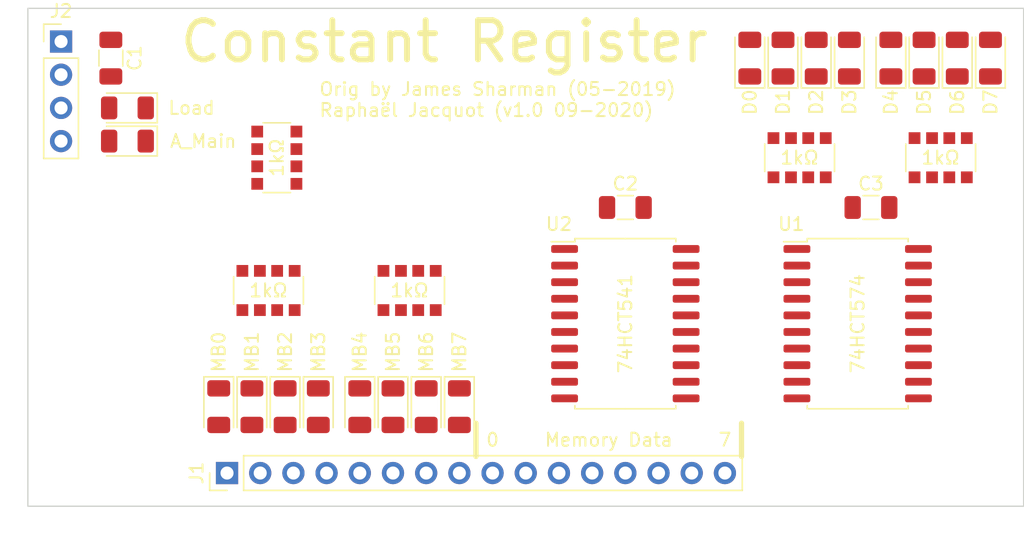
<source format=kicad_pcb>
(kicad_pcb (version 20200829) (generator pcbnew)

  (general
    (thickness 1.6)
  )

  (paper "A4")
  (layers
    (0 "F.Cu" signal)
    (31 "B.Cu" signal)
    (32 "B.Adhes" user)
    (33 "F.Adhes" user)
    (34 "B.Paste" user)
    (35 "F.Paste" user)
    (36 "B.SilkS" user)
    (37 "F.SilkS" user)
    (38 "B.Mask" user)
    (39 "F.Mask" user)
    (40 "Dwgs.User" user)
    (41 "Cmts.User" user)
    (42 "Eco1.User" user)
    (43 "Eco2.User" user)
    (44 "Edge.Cuts" user)
    (45 "Margin" user)
    (46 "B.CrtYd" user)
    (47 "F.CrtYd" user)
    (48 "B.Fab" user)
    (49 "F.Fab" user)
  )

  (setup
    (pcbplotparams
      (layerselection 0x010fc_ffffffff)
      (usegerberextensions false)
      (usegerberattributes true)
      (usegerberadvancedattributes true)
      (creategerberjobfile true)
      (svguseinch false)
      (svgprecision 6)
      (excludeedgelayer true)
      (linewidth 0.100000)
      (plotframeref false)
      (viasonmask false)
      (mode 1)
      (useauxorigin false)
      (hpglpennumber 1)
      (hpglpenspeed 20)
      (hpglpendiameter 15.000000)
      (psnegative false)
      (psa4output false)
      (plotreference true)
      (plotvalue true)
      (plotinvisibletext false)
      (sketchpadsonfab false)
      (subtractmaskfromsilk false)
      (outputformat 1)
      (mirror false)
      (drillshape 1)
      (scaleselection 1)
      (outputdirectory "")
    )
  )


  (net 0 "")
  (net 1 "GND")
  (net 2 "VCC")
  (net 3 "/Reg0")
  (net 4 "Net-(D1-Pad1)")
  (net 5 "/Reg1")
  (net 6 "Net-(D2-Pad1)")
  (net 7 "/Reg2")
  (net 8 "Net-(D3-Pad1)")
  (net 9 "/Reg3")
  (net 10 "Net-(D4-Pad1)")
  (net 11 "/Reg4")
  (net 12 "Net-(D5-Pad1)")
  (net 13 "/Reg5")
  (net 14 "Net-(D6-Pad1)")
  (net 15 "/Reg6")
  (net 16 "Net-(D7-Pad1)")
  (net 17 "/Reg7")
  (net 18 "Net-(D8-Pad1)")
  (net 19 "/Load")
  (net 20 "Net-(D9-Pad1)")
  (net 21 "/A_Main")
  (net 22 "Net-(D10-Pad1)")
  (net 23 "/MD7")
  (net 24 "/MD6")
  (net 25 "/MD5")
  (net 26 "/MD4")
  (net 27 "/MD3")
  (net 28 "/MD2")
  (net 29 "/MD1")
  (net 30 "/MD0")
  (net 31 "/MB7")
  (net 32 "/MB6")
  (net 33 "/MB5")
  (net 34 "/MB4")
  (net 35 "/MB3")
  (net 36 "/MB2")
  (net 37 "/MB1")
  (net 38 "/MB0")
  (net 39 "Net-(RN3-Pad6)")
  (net 40 "Net-(RN3-Pad5)")
  (net 41 "Net-(RN3-Pad3)")
  (net 42 "Net-(RN3-Pad4)")
  (net 43 "Net-(D11-Pad1)")
  (net 44 "Net-(D12-Pad1)")
  (net 45 "Net-(D13-Pad1)")
  (net 46 "Net-(D14-Pad1)")
  (net 47 "Net-(D15-Pad1)")
  (net 48 "Net-(D16-Pad1)")
  (net 49 "Net-(D17-Pad1)")
  (net 50 "Net-(D18-Pad1)")

  (module "LED_SMD:LED_1206_3216Metric" (layer "F.Cu") (tedit 5B301BBE) (tstamp 0e14fe7c-7e08-4d14-83cf-5f1cf3b3ee05)
    (at 184.785 92.71 90)
    (descr "LED SMD 1206 (3216 Metric), square (rectangular) end terminal, IPC_7351 nominal, (Body size source: http://www.tortai-tech.com/upload/download/2011102023233369053.pdf), generated with kicad-footprint-generator")
    (tags "diode")
    (property "Sheet file" "/Users/sxpert/devel/TTL_cpu_James_Sharman/Constant register/Constant register.kicad_sch")
    (property "Sheet name" "")
    (path "/4a91e743-390f-481e-8e96-b79b3e2a00e8")
    (attr smd)
    (fp_text reference "D2" (at 0 -1.82 90) (layer "F.SilkS") hide
      (effects (font (size 1 1) (thickness 0.15)))
      (tstamp 56ac1c7d-787a-448a-a092-4529bafef365)
    )
    (fp_text value "D1" (at -4.445 0 90) (layer "F.SilkS")
      (effects (font (size 1 1) (thickness 0.15)) (justify left))
      (tstamp 377b7a84-8560-419a-bf48-d43a4194386d)
    )
    (fp_text user "${REFERENCE}" (at 0 0 90) (layer "F.Fab") hide
      (effects (font (size 0.8 0.8) (thickness 0.12)))
      (tstamp 46f47833-3f62-4af3-b9ad-db8a150bec1a)
    )
    (fp_line (start -2.285 1.135) (end 1.6 1.135) (layer "F.SilkS") (width 0.12) (tstamp 3cced455-8617-48a2-aa0c-8f8521ae01f9))
    (fp_line (start -2.285 -1.135) (end -2.285 1.135) (layer "F.SilkS") (width 0.12) (tstamp afd9e5b2-57eb-406d-a4f4-bfda008eb661))
    (fp_line (start 1.6 -1.135) (end -2.285 -1.135) (layer "F.SilkS") (width 0.12) (tstamp ca2a79e4-93e1-4116-bca1-25ced2f1bea4))
    (fp_line (start 2.28 -1.12) (end 2.28 1.12) (layer "F.CrtYd") (width 0.05) (tstamp 12a68f3f-6145-4858-a8f8-b87f4c41be5e))
    (fp_line (start 2.28 1.12) (end -2.28 1.12) (layer "F.CrtYd") (width 0.05) (tstamp 470486b9-97a6-4c99-9e3d-6c79c7e92589))
    (fp_line (start -2.28 -1.12) (end 2.28 -1.12) (layer "F.CrtYd") (width 0.05) (tstamp 669c5cc0-ab6d-492b-80a8-025944320d7f))
    (fp_line (start -2.28 1.12) (end -2.28 -1.12) (layer "F.CrtYd") (width 0.05) (tstamp dccfe949-bdb6-4a18-b6be-ffd77e5550d3))
    (fp_line (start -1.2 -0.8) (end -1.6 -0.4) (layer "F.Fab") (width 0.1) (tstamp 02bfb19c-f54d-4787-b834-e6cdeaea8e23))
    (fp_line (start 1.6 0.8) (end 1.6 -0.8) (layer "F.Fab") (width 0.1) (tstamp ac35d2ac-4dc4-4902-a61a-2f7e1c69e3f3))
    (fp_line (start 1.6 -0.8) (end -1.2 -0.8) (layer "F.Fab") (width 0.1) (tstamp e721f6f0-7930-4e67-b6fd-df9ab1654d8f))
    (fp_line (start -1.6 0.8) (end 1.6 0.8) (layer "F.Fab") (width 0.1) (tstamp ec656f9d-eaae-4bfc-ba5e-f35bb5c99810))
    (fp_line (start -1.6 -0.4) (end -1.6 0.8) (layer "F.Fab") (width 0.1) (tstamp eed68b69-c991-4b09-8a88-9a1108cd6e7a))
    (pad "1" smd roundrect (at -1.4 0 90) (size 1.25 1.75) (layers "F.Cu" "F.Paste" "F.Mask") (roundrect_rratio 0.2)
      (net 6 "Net-(D2-Pad1)") (pinfunction "K") (tstamp 7fb80c3c-7ffd-478e-b352-56422120736c))
    (pad "2" smd roundrect (at 1.4 0 90) (size 1.25 1.75) (layers "F.Cu" "F.Paste" "F.Mask") (roundrect_rratio 0.2)
      (net 5 "/Reg1") (pinfunction "A") (tstamp d1fae223-a6c6-42cf-81ec-890896e73ba0))
    (model "${KISYS3DMOD}/LED_SMD.3dshapes/LED_1206_3216Metric.wrl"
      (offset (xyz 0 0 0))
      (scale (xyz 1 1 1))
      (rotate (xyz 0 0 0))
    )
  )

  (module "Capacitor_SMD:C_1206_3216Metric" (layer "F.Cu") (tedit 5B301BBE) (tstamp 13312083-4bf4-40df-a39a-25bbc53bfd7d)
    (at 191.516 104.14)
    (descr "Capacitor SMD 1206 (3216 Metric), square (rectangular) end terminal, IPC_7351 nominal, (Body size source: http://www.tortai-tech.com/upload/download/2011102023233369053.pdf), generated with kicad-footprint-generator")
    (tags "capacitor")
    (property "Sheet file" "/Users/sxpert/devel/TTL_cpu_James_Sharman/Constant register/Constant register.kicad_sch")
    (property "Sheet name" "")
    (path "/4650fb79-8824-4c90-b71f-d02745e3606e")
    (attr smd)
    (fp_text reference "C3" (at 0 -1.82) (layer "F.SilkS")
      (effects (font (size 1 1) (thickness 0.15)))
      (tstamp 1e18a685-7253-4a99-b2ae-4d770ff4f028)
    )
    (fp_text value "C" (at 0 1.82) (layer "F.Fab")
      (effects (font (size 1 1) (thickness 0.15)))
      (tstamp 506f8ae8-27e3-4df7-8629-3e269f12a4c8)
    )
    (fp_text user "${REFERENCE}" (at 0 0) (layer "F.Fab")
      (effects (font (size 0.8 0.8) (thickness 0.12)))
      (tstamp f412c73e-4088-47ae-881b-658ad8ef10d1)
    )
    (fp_line (start -0.602064 -0.91) (end 0.602064 -0.91) (layer "F.SilkS") (width 0.12) (tstamp 3bbb5cab-20ec-4a23-9148-114587af14ea))
    (fp_line (start -0.602064 0.91) (end 0.602064 0.91) (layer "F.SilkS") (width 0.12) (tstamp b2b520d3-d6a1-47b8-a1e0-2e552ace9040))
    (fp_line (start -2.28 -1.12) (end 2.28 -1.12) (layer "F.CrtYd") (width 0.05) (tstamp 856da317-f4a0-4486-b0db-c3a28dfba10b))
    (fp_line (start -2.28 1.12) (end -2.28 -1.12) (layer "F.CrtYd") (width 0.05) (tstamp 8b35e6d5-148c-4440-be73-2ae85a4ca281))
    (fp_line (start 2.28 1.12) (end -2.28 1.12) (layer "F.CrtYd") (width 0.05) (tstamp b12f0fb7-08f8-4cdf-b909-6db8419c2729))
    (fp_line (start 2.28 -1.12) (end 2.28 1.12) (layer "F.CrtYd") (width 0.05) (tstamp da894b45-96c3-4d76-aad3-2266d4eb1678))
    (fp_line (start 1.6 -0.8) (end 1.6 0.8) (layer "F.Fab") (width 0.1) (tstamp 5645cd1b-db29-4ffd-be8e-978a917b53f7))
    (fp_line (start -1.6 0.8) (end -1.6 -0.8) (layer "F.Fab") (width 0.1) (tstamp 84abf89c-e0bf-46e5-a463-3bd517027b6e))
    (fp_line (start 1.6 0.8) (end -1.6 0.8) (layer "F.Fab") (width 0.1) (tstamp c4246e91-c9dd-4ee4-bd55-2a89d9964933))
    (fp_line (start -1.6 -0.8) (end 1.6 -0.8) (layer "F.Fab") (width 0.1) (tstamp ed1e28b2-6d41-4a7e-bfbc-0b64e367afc4))
    (pad "1" smd roundrect (at -1.4 0) (size 1.25 1.75) (layers "F.Cu" "F.Paste" "F.Mask") (roundrect_rratio 0.2)
      (net 2 "VCC") (tstamp 769617bd-cc13-4795-aef2-67880cdb5e66))
    (pad "2" smd roundrect (at 1.4 0) (size 1.25 1.75) (layers "F.Cu" "F.Paste" "F.Mask") (roundrect_rratio 0.2)
      (net 1 "GND") (tstamp a81cab2b-cef7-49b0-b373-b662de3ceb66))
    (model "${KISYS3DMOD}/Capacitor_SMD.3dshapes/C_1206_3216Metric.wrl"
      (offset (xyz 0 0 0))
      (scale (xyz 1 1 1))
      (rotate (xyz 0 0 0))
    )
  )

  (module "LED_SMD:LED_1206_3216Metric" (layer "F.Cu") (tedit 5B301BBE) (tstamp 15cddc63-9036-4c03-a981-80811ecd008d)
    (at 200.66 92.71 90)
    (descr "LED SMD 1206 (3216 Metric), square (rectangular) end terminal, IPC_7351 nominal, (Body size source: http://www.tortai-tech.com/upload/download/2011102023233369053.pdf), generated with kicad-footprint-generator")
    (tags "diode")
    (property "Sheet file" "/Users/sxpert/devel/TTL_cpu_James_Sharman/Constant register/Constant register.kicad_sch")
    (property "Sheet name" "")
    (path "/f2639663-5b71-4c0c-97e1-0f9ce76e65bb")
    (attr smd)
    (fp_text reference "D8" (at 0 -1.82 270) (layer "F.SilkS") hide
      (effects (font (size 1 1) (thickness 0.15)))
      (tstamp 5f3dd06b-9676-49cb-84fe-404e2a5c45b7)
    )
    (fp_text value "D7" (at -4.445 0 90) (layer "F.SilkS")
      (effects (font (size 1 1) (thickness 0.15)) (justify left))
      (tstamp 7157294c-7020-48fb-bab7-6306203fd009)
    )
    (fp_text user "${REFERENCE}" (at 0 0 90) (layer "F.Fab") hide
      (effects (font (size 0.8 0.8) (thickness 0.12)))
      (tstamp b3718bf1-f412-4847-a3c3-cc570a884834)
    )
    (fp_line (start -2.285 1.135) (end 1.6 1.135) (layer "F.SilkS") (width 0.12) (tstamp 5c91843c-48ff-4575-9f0c-58c8b36f98fb))
    (fp_line (start -2.285 -1.135) (end -2.285 1.135) (layer "F.SilkS") (width 0.12) (tstamp 620f26f9-2904-4935-a231-819ad623d247))
    (fp_line (start 1.6 -1.135) (end -2.285 -1.135) (layer "F.SilkS") (width 0.12) (tstamp c53d47a0-c2e6-4639-84e4-0a75719b6e48))
    (fp_line (start 2.28 1.12) (end -2.28 1.12) (layer "F.CrtYd") (width 0.05) (tstamp 4e31d2e2-a007-4378-9e7f-31ba20c663dd))
    (fp_line (start 2.28 -1.12) (end 2.28 1.12) (layer "F.CrtYd") (width 0.05) (tstamp 5a9f5c27-9420-4a22-a605-15a8258207e0))
    (fp_line (start -2.28 1.12) (end -2.28 -1.12) (layer "F.CrtYd") (width 0.05) (tstamp 729456fc-0540-4578-ae30-e9cc90c16488))
    (fp_line (start -2.28 -1.12) (end 2.28 -1.12) (layer "F.CrtYd") (width 0.05) (tstamp c97c01e2-e7d5-474a-b63f-08325b7b4b0e))
    (fp_line (start -1.6 0.8) (end 1.6 0.8) (layer "F.Fab") (width 0.1) (tstamp 0d6bd8ac-a6ca-435d-b1c2-96b212844b8d))
    (fp_line (start -1.2 -0.8) (end -1.6 -0.4) (layer "F.Fab") (width 0.1) (tstamp 1e818fca-9153-4147-af21-7a3f744f682a))
    (fp_line (start 1.6 -0.8) (end -1.2 -0.8) (layer "F.Fab") (width 0.1) (tstamp 653626a3-99d9-470a-a4b8-a265fc9a8528))
    (fp_line (start -1.6 -0.4) (end -1.6 0.8) (layer "F.Fab") (width 0.1) (tstamp 805238bc-9b69-4190-81ee-6720dc916225))
    (fp_line (start 1.6 0.8) (end 1.6 -0.8) (layer "F.Fab") (width 0.1) (tstamp d86246be-12ed-41b8-a134-a085e20c2700))
    (pad "1" smd roundrect (at -1.4 0 90) (size 1.25 1.75) (layers "F.Cu" "F.Paste" "F.Mask") (roundrect_rratio 0.2)
      (net 18 "Net-(D8-Pad1)") (pinfunction "K") (tstamp a5b82c83-df20-4ffb-b310-1af37d0510c9))
    (pad "2" smd roundrect (at 1.4 0 90) (size 1.25 1.75) (layers "F.Cu" "F.Paste" "F.Mask") (roundrect_rratio 0.2)
      (net 17 "/Reg7") (pinfunction "A") (tstamp acc029ac-3e49-481b-a727-e477e7d40bb0))
    (model "${KISYS3DMOD}/LED_SMD.3dshapes/LED_1206_3216Metric.wrl"
      (offset (xyz 0 0 0))
      (scale (xyz 1 1 1))
      (rotate (xyz 0 0 0))
    )
  )

  (module "Resistor_SMD:R_Array_Convex_4x1206" (layer "F.Cu") (tedit 58E0A8BD) (tstamp 28378539-616c-4fad-a772-7b39959f78b7)
    (at 196.85 100.33 90)
    (descr "Chip Resistor Network, ROHM MNR34 (see mnr_g.pdf)")
    (tags "resistor array")
    (property "Sheet file" "/Users/sxpert/devel/TTL_cpu_James_Sharman/Constant register/Constant register.kicad_sch")
    (property "Sheet name" "")
    (path "/9c7e129a-0ea6-4879-b3dc-04742d844e68")
    (attr smd)
    (fp_text reference "RN2" (at 0 -3.5 90) (layer "F.SilkS") hide
      (effects (font (size 1 1) (thickness 0.15)))
      (tstamp 4e825e3a-589b-438f-bc34-2bd4d3e837e0)
    )
    (fp_text value "R_Pack04" (at 0 3.5 90) (layer "F.Fab") hide
      (effects (font (size 1 1) (thickness 0.15)))
      (tstamp fe58a866-640d-4e3d-ade2-c092ee6c7631)
    )
    (fp_text user "1kΩ" (at 0 0) (layer "F.SilkS")
      (effects (font (size 1 1) (thickness 0.15)))
      (tstamp 938df010-4edf-4f20-88eb-8d525d692b98)
    )
    (fp_line (start 1.05 -2.67) (end -1.05 -2.67) (layer "F.SilkS") (width 0.12) (tstamp 26e6a2e4-2147-4e7c-979e-70e7af7bc5d0))
    (fp_line (start 1.05 2.67) (end -1.05 2.67) (layer "F.SilkS") (width 0.12) (tstamp 5219cbfa-118d-4b9a-ba1f-7feb303fed3f))
    (fp_line (start 2.2 2.85) (end 2.2 -2.85) (layer "F.CrtYd") (width 0.05) (tstamp 4195895c-a153-4041-a775-3158a19ae77e))
    (fp_line (start -2.21 -2.85) (end -2.21 2.85) (layer "F.CrtYd") (width 0.05) (tstamp 867eb817-954c-43f3-8bc9-0bff23c39cdf))
    (fp_line (start 2.2 2.85) (end -2.21 2.85) (layer "F.CrtYd") (width 0.05) (tstamp 9774499d-8d74-40b8-86a2-01555a288d51))
    (fp_line (start -2.21 -2.85) (end 2.2 -2.85) (layer "F.CrtYd") (width 0.05) (tstamp ad2062cb-5d05-425f-b2de-a9ad4474fdcb))
    (fp_line (start -1.6 2.6) (end 1.6 2.6) (layer "F.Fab") (width 0.1) (tstamp 81972c25-8343-4fbc-8309-1f1c42d0fb08))
    (fp_line (start 1.6 2.6) (end 1.6 -2.6) (layer "F.Fab") (width 0.1) (tstamp b1467368-0831-4c2f-afd0-bea3d3d4aecf))
    (fp_line (start 1.6 -2.6) (end -1.6 -2.6) (layer "F.Fab") (width 0.1) (tstamp df88b19b-d1b2-40a8-9eb8-39ef9ca5a9ad))
    (fp_line (start -1.6 -2.6) (end -1.6 2.6) (layer "F.Fab") (width 0.1) (tstamp ed669180-b4dd-492e-8017-6b7d082c1d9b))
    (pad "1" smd rect (at -1.5 -2 90) (size 0.9 0.9) (layers "F.Cu" "F.Paste" "F.Mask")
      (net 1 "GND") (pinfunction "R1.1") (tstamp 882b8265-19d3-496e-b568-5dc32510ab93))
    (pad "2" smd rect (at -1.5 -0.66 90) (size 0.9 0.9) (layers "F.Cu" "F.Paste" "F.Mask")
      (net 1 "GND") (pinfunction "R2.1") (tstamp aa215fcd-bb49-4eae-8325-bb4143125d03))
    (pad "3" smd rect (at -1.5 0.66 90) (size 0.9 0.9) (layers "F.Cu" "F.Paste" "F.Mask")
      (net 1 "GND") (pinfunction "R3.1") (tstamp a94670f5-06b3-470f-8cf8-9416ed054a40))
    (pad "4" smd rect (at -1.5 2 90) (size 0.9 0.9) (layers "F.Cu" "F.Paste" "F.Mask")
      (net 1 "GND") (pinfunction "R4.1") (tstamp 96eeb57f-7f17-4a4c-b99d-72ef6d9ac5e5))
    (pad "5" smd rect (at 1.5 2 90) (size 0.9 0.9) (layers "F.Cu" "F.Paste" "F.Mask")
      (net 18 "Net-(D8-Pad1)") (pinfunction "R4.2") (tstamp 7ed18bea-c419-439d-a247-8f082e99966f))
    (pad "6" smd rect (at 1.5 0.66 90) (size 0.9 0.9) (layers "F.Cu" "F.Paste" "F.Mask")
      (net 16 "Net-(D7-Pad1)") (pinfunction "R3.2") (tstamp 6ece2f1b-79bb-454d-b231-5657698efa21))
    (pad "7" smd rect (at 1.5 -0.66 90) (size 0.9 0.9) (layers "F.Cu" "F.Paste" "F.Mask")
      (net 14 "Net-(D6-Pad1)") (pinfunction "R2.2") (tstamp 37801225-1a1a-49b5-a869-1c2b5fb2ccd6))
    (pad "8" smd rect (at 1.5 -2 90) (size 0.9 0.9) (layers "F.Cu" "F.Paste" "F.Mask")
      (net 12 "Net-(D5-Pad1)") (pinfunction "R1.2") (tstamp c59d6772-a3c8-49e8-bcf8-f261ef1f78d2))
    (model "${KISYS3DMOD}/Resistor_SMD.3dshapes/R_Array_Convex_4x1206.wrl"
      (offset (xyz 0 0 0))
      (scale (xyz 1 1 1))
      (rotate (xyz 0 0 0))
    )
  )

  (module "LED_SMD:LED_1206_3216Metric" (layer "F.Cu") (tedit 5B301BBE) (tstamp 3adb2ced-aa99-4518-bf88-c50c54d51c70)
    (at 152.4 119.38 -90)
    (descr "LED SMD 1206 (3216 Metric), square (rectangular) end terminal, IPC_7351 nominal, (Body size source: http://www.tortai-tech.com/upload/download/2011102023233369053.pdf), generated with kicad-footprint-generator")
    (tags "diode")
    (property "Sheet file" "/Users/sxpert/devel/TTL_cpu_James_Sharman/Constant register/Constant register.kicad_sch")
    (property "Sheet name" "")
    (path "/6cc1f4ec-9bee-48e4-a4f9-c586f72ad86a")
    (attr smd)
    (fp_text reference "D15" (at 0 -1.82 90) (layer "F.SilkS") hide
      (effects (font (size 1 1) (thickness 0.15)))
      (tstamp 98f71add-da9a-40ec-bfb5-93294c138fc2)
    )
    (fp_text value "MB4" (at -2.54 0 90) (layer "F.SilkS")
      (effects (font (size 1 1) (thickness 0.15)) (justify left))
      (tstamp 40197e73-c92b-4d1b-9553-40b8538cf4ca)
    )
    (fp_text user "${REFERENCE}" (at 0 0 90) (layer "F.Fab") hide
      (effects (font (size 0.8 0.8) (thickness 0.12)))
      (tstamp d35805db-39d4-4c27-b1c5-6f8d50d47450)
    )
    (fp_line (start -2.285 -1.135) (end -2.285 1.135) (layer "F.SilkS") (width 0.12) (tstamp 1a4c65f0-7b79-4fbe-ab6e-ed5054534f61))
    (fp_line (start -2.285 1.135) (end 1.6 1.135) (layer "F.SilkS") (width 0.12) (tstamp 232e0702-d73e-4926-aa47-ecafb8008e8e))
    (fp_line (start 1.6 -1.135) (end -2.285 -1.135) (layer "F.SilkS") (width 0.12) (tstamp bf1650bb-ebdc-417c-a4be-5dc3aeda01b6))
    (fp_line (start 2.28 1.12) (end -2.28 1.12) (layer "F.CrtYd") (width 0.05) (tstamp 205c35d9-600b-4267-8cdf-0f163f6b0299))
    (fp_line (start -2.28 1.12) (end -2.28 -1.12) (layer "F.CrtYd") (width 0.05) (tstamp 22d7d4e7-44fd-4a3d-9622-d7a669657121))
    (fp_line (start -2.28 -1.12) (end 2.28 -1.12) (layer "F.CrtYd") (width 0.05) (tstamp 49907dee-31b9-499a-9e5d-bc6ef3874a1c))
    (fp_line (start 2.28 -1.12) (end 2.28 1.12) (layer "F.CrtYd") (width 0.05) (tstamp e16c752d-fac7-4059-ac68-6e6bad620df8))
    (fp_line (start -1.6 -0.4) (end -1.6 0.8) (layer "F.Fab") (width 0.1) (tstamp 149b462f-8bde-480e-bd93-241fbbeceb01))
    (fp_line (start -1.2 -0.8) (end -1.6 -0.4) (layer "F.Fab") (width 0.1) (tstamp 2ee035f9-fc81-422c-83ee-eab07bddd447))
    (fp_line (start 1.6 0.8) (end 1.6 -0.8) (layer "F.Fab") (width 0.1) (tstamp 5110cf31-d50a-4f6f-8689-cee32d70acb7))
    (fp_line (start -1.6 0.8) (end 1.6 0.8) (layer "F.Fab") (width 0.1) (tstamp 7b504ea8-921d-428b-83d6-d7a08b17f151))
    (fp_line (start 1.6 -0.8) (end -1.2 -0.8) (layer "F.Fab") (width 0.1) (tstamp 93907aa2-1fb0-4ad4-a845-1b2b3d5544f7))
    (pad "1" smd roundrect (at -1.4 0 270) (size 1.25 1.75) (layers "F.Cu" "F.Paste" "F.Mask") (roundrect_rratio 0.2)
      (net 47 "Net-(D15-Pad1)") (pinfunction "K") (tstamp a07133ae-40cf-472a-9e1b-40e01ef9d007))
    (pad "2" smd roundrect (at 1.4 0 270) (size 1.25 1.75) (layers "F.Cu" "F.Paste" "F.Mask") (roundrect_rratio 0.2)
      (net 34 "/MB4") (pinfunction "A") (tstamp b9af805d-6f6c-4d6d-8918-777c74722739))
    (model "${KISYS3DMOD}/LED_SMD.3dshapes/LED_1206_3216Metric.wrl"
      (offset (xyz 0 0 0))
      (scale (xyz 1 1 1))
      (rotate (xyz 0 0 0))
    )
  )

  (module "LED_SMD:LED_1206_3216Metric" (layer "F.Cu") (tedit 5B301BBE) (tstamp 4227f5f2-7666-4579-a84e-faf552c5ee34)
    (at 182.245 92.71 90)
    (descr "LED SMD 1206 (3216 Metric), square (rectangular) end terminal, IPC_7351 nominal, (Body size source: http://www.tortai-tech.com/upload/download/2011102023233369053.pdf), generated with kicad-footprint-generator")
    (tags "diode")
    (property "Sheet file" "/Users/sxpert/devel/TTL_cpu_James_Sharman/Constant register/Constant register.kicad_sch")
    (property "Sheet name" "")
    (path "/27efa964-a097-4da1-aeb9-5adda4f03b1a")
    (attr smd)
    (fp_text reference "D1" (at 0 -1.82 90) (layer "F.SilkS") hide
      (effects (font (size 1 1) (thickness 0.15)))
      (tstamp c0547e33-d1d7-4423-9ebd-b313f7d45c20)
    )
    (fp_text value "D0" (at -4.445 0 90) (layer "F.SilkS")
      (effects (font (size 1 1) (thickness 0.15)) (justify left))
      (tstamp b9b7f470-2b6d-4144-90e6-2686d7635e96)
    )
    (fp_text user "${REFERENCE}" (at 0 0 90) (layer "F.Fab") hide
      (effects (font (size 0.8 0.8) (thickness 0.12)))
      (tstamp 6bf500c9-a541-4391-bd77-a339119c039c)
    )
    (fp_line (start -2.285 1.135) (end 1.6 1.135) (layer "F.SilkS") (width 0.12) (tstamp 5126cc7d-1ff5-4e51-9aea-1cb4d7b70aeb))
    (fp_line (start 1.6 -1.135) (end -2.285 -1.135) (layer "F.SilkS") (width 0.12) (tstamp 8473203a-4846-4d1a-af16-31800c632eda))
    (fp_line (start -2.285 -1.135) (end -2.285 1.135) (layer "F.SilkS") (width 0.12) (tstamp f2150e51-bd91-425a-bff9-21d62ec31262))
    (fp_line (start -2.28 1.12) (end -2.28 -1.12) (layer "F.CrtYd") (width 0.05) (tstamp 6b3710d5-8521-4488-affa-6c0b8427098d))
    (fp_line (start 2.28 1.12) (end -2.28 1.12) (layer "F.CrtYd") (width 0.05) (tstamp a3ebbdf8-abd3-4b5c-aca8-1c7dfaadb082))
    (fp_line (start -2.28 -1.12) (end 2.28 -1.12) (layer "F.CrtYd") (width 0.05) (tstamp b2559d4b-1f3a-4294-9c65-d3691d442568))
    (fp_line (start 2.28 -1.12) (end 2.28 1.12) (layer "F.CrtYd") (width 0.05) (tstamp f379c6b7-3fdc-4327-bb02-4bb0d2aefa4c))
    (fp_line (start 1.6 -0.8) (end -1.2 -0.8) (layer "F.Fab") (width 0.1) (tstamp 2fbfe955-4a63-4902-9364-668ed1f106ac))
    (fp_line (start -1.6 -0.4) (end -1.6 0.8) (layer "F.Fab") (width 0.1) (tstamp 632c6c96-135c-406d-b7d3-bcf75b446f6e))
    (fp_line (start -1.6 0.8) (end 1.6 0.8) (layer "F.Fab") (width 0.1) (tstamp a363cbf7-7a2b-4ac3-bcdd-f6543aa28a13))
    (fp_line (start -1.2 -0.8) (end -1.6 -0.4) (layer "F.Fab") (width 0.1) (tstamp b2a2b93f-0f74-4b57-bc93-e20bd0022805))
    (fp_line (start 1.6 0.8) (end 1.6 -0.8) (layer "F.Fab") (width 0.1) (tstamp d8975899-abcc-4a01-b97a-bb6130fdef11))
    (pad "1" smd roundrect (at -1.4 0 90) (size 1.25 1.75) (layers "F.Cu" "F.Paste" "F.Mask") (roundrect_rratio 0.2)
      (net 4 "Net-(D1-Pad1)") (pinfunction "K") (tstamp ad93ea6b-f695-427b-b7ae-ca17aedb852f))
    (pad "2" smd roundrect (at 1.4 0 90) (size 1.25 1.75) (layers "F.Cu" "F.Paste" "F.Mask") (roundrect_rratio 0.2)
      (net 3 "/Reg0") (pinfunction "A") (tstamp 82bbe55d-016a-4e05-9202-aa61ce2902da))
    (model "${KISYS3DMOD}/LED_SMD.3dshapes/LED_1206_3216Metric.wrl"
      (offset (xyz 0 0 0))
      (scale (xyz 1 1 1))
      (rotate (xyz 0 0 0))
    )
  )

  (module "LED_SMD:LED_1206_3216Metric" (layer "F.Cu") (tedit 5B301BBE) (tstamp 468593a1-e50f-40ec-a873-893107863545)
    (at 160.02 119.38 -90)
    (descr "LED SMD 1206 (3216 Metric), square (rectangular) end terminal, IPC_7351 nominal, (Body size source: http://www.tortai-tech.com/upload/download/2011102023233369053.pdf), generated with kicad-footprint-generator")
    (tags "diode")
    (property "Sheet file" "/Users/sxpert/devel/TTL_cpu_James_Sharman/Constant register/Constant register.kicad_sch")
    (property "Sheet name" "")
    (path "/6d7d02f9-e5c6-4e31-8a1e-ac8618bd7e70")
    (attr smd)
    (fp_text reference "D18" (at 0 -1.82 90) (layer "F.SilkS") hide
      (effects (font (size 1 1) (thickness 0.15)))
      (tstamp fe422ac3-2eec-427f-bbc5-4f1e16677a4e)
    )
    (fp_text value "MB7" (at -2.54 0 90) (layer "F.SilkS")
      (effects (font (size 1 1) (thickness 0.15)) (justify left))
      (tstamp f3ac18e5-01c4-41b1-84e6-1c584bd0b9ba)
    )
    (fp_text user "${REFERENCE}" (at 0 0 90) (layer "F.Fab") hide
      (effects (font (size 0.8 0.8) (thickness 0.12)))
      (tstamp 7c732e6b-3a45-4fd5-a31d-c61830b966b3)
    )
    (fp_line (start 1.6 -1.135) (end -2.285 -1.135) (layer "F.SilkS") (width 0.12) (tstamp 423d2af3-1910-46e4-97ed-262f18bc4f65))
    (fp_line (start -2.285 1.135) (end 1.6 1.135) (layer "F.SilkS") (width 0.12) (tstamp 6c41038c-7e48-42e5-925c-5dc462edba02))
    (fp_line (start -2.285 -1.135) (end -2.285 1.135) (layer "F.SilkS") (width 0.12) (tstamp 73b8b802-7fed-4ac7-b2fd-17bd5fd09090))
    (fp_line (start -2.28 1.12) (end -2.28 -1.12) (layer "F.CrtYd") (width 0.05) (tstamp 4854f8c2-def0-4e13-96c4-15aaa5001556))
    (fp_line (start -2.28 -1.12) (end 2.28 -1.12) (layer "F.CrtYd") (width 0.05) (tstamp bbc9a9c6-fecc-4f7a-a6f5-a98a7594347a))
    (fp_line (start 2.28 1.12) (end -2.28 1.12) (layer "F.CrtYd") (width 0.05) (tstamp c687464d-2977-4bfc-aa0e-4df1ad9197a3))
    (fp_line (start 2.28 -1.12) (end 2.28 1.12) (layer "F.CrtYd") (width 0.05) (tstamp e833d891-8f1f-4f39-83a4-76a0bdcf541d))
    (fp_line (start -1.2 -0.8) (end -1.6 -0.4) (layer "F.Fab") (width 0.1) (tstamp 04d0de39-2a7e-43c3-b2dd-b62c68e0c4b4))
    (fp_line (start 1.6 -0.8) (end -1.2 -0.8) (layer "F.Fab") (width 0.1) (tstamp 5e03be5a-37da-4daa-9ecb-cac8d94ae9b0))
    (fp_line (start 1.6 0.8) (end 1.6 -0.8) (layer "F.Fab") (width 0.1) (tstamp 8599c6f5-6acc-471e-8095-96f0194f755b))
    (fp_line (start -1.6 0.8) (end 1.6 0.8) (layer "F.Fab") (width 0.1) (tstamp d4cb33df-b11e-426f-9a76-d81f7a77daeb))
    (fp_line (start -1.6 -0.4) (end -1.6 0.8) (layer "F.Fab") (width 0.1) (tstamp ef54d406-4c82-484d-afd1-10e35804fcaf))
    (pad "1" smd roundrect (at -1.4 0 270) (size 1.25 1.75) (layers "F.Cu" "F.Paste" "F.Mask") (roundrect_rratio 0.2)
      (net 50 "Net-(D18-Pad1)") (pinfunction "K") (tstamp c2af7a54-dd48-479c-b12d-97db94e29342))
    (pad "2" smd roundrect (at 1.4 0 270) (size 1.25 1.75) (layers "F.Cu" "F.Paste" "F.Mask") (roundrect_rratio 0.2)
      (net 31 "/MB7") (pinfunction "A") (tstamp 261db207-d7ea-4aa7-80b4-978def02e1f1))
    (model "${KISYS3DMOD}/LED_SMD.3dshapes/LED_1206_3216Metric.wrl"
      (offset (xyz 0 0 0))
      (scale (xyz 1 1 1))
      (rotate (xyz 0 0 0))
    )
  )

  (module "LED_SMD:LED_1206_3216Metric" (layer "F.Cu") (tedit 5B301BBE) (tstamp 46b589b2-451c-4bcf-8715-f8393d9eeb21)
    (at 134.62 99.06 180)
    (descr "LED SMD 1206 (3216 Metric), square (rectangular) end terminal, IPC_7351 nominal, (Body size source: http://www.tortai-tech.com/upload/download/2011102023233369053.pdf), generated with kicad-footprint-generator")
    (tags "diode")
    (property "Sheet file" "/Users/sxpert/devel/TTL_cpu_James_Sharman/Constant register/Constant register.kicad_sch")
    (property "Sheet name" "")
    (path "/26b81e95-f69c-45f8-a34f-d18b76791b4f")
    (attr smd)
    (fp_text reference "D10" (at 0 -1.82) (layer "F.SilkS") hide
      (effects (font (size 1 1) (thickness 0.15)))
      (tstamp 96a0159a-37cf-4251-88bb-655f4fbf4317)
    )
    (fp_text value "A_Main" (at -3.175 0) (layer "F.SilkS")
      (effects (font (size 1 1) (thickness 0.15)) (justify left))
      (tstamp 6fb1201d-e33b-4bb5-b055-5499cc55652f)
    )
    (fp_text user "${REFERENCE}" (at 0 0) (layer "F.Fab") hide
      (effects (font (size 0.8 0.8) (thickness 0.12)))
      (tstamp e88e1618-88f6-41ff-93d0-be84cfb6774b)
    )
    (fp_line (start -2.285 -1.135) (end -2.285 1.135) (layer "F.SilkS") (width 0.12) (tstamp 0aa019b4-4fb1-4238-b4bd-e517b303fb0a))
    (fp_line (start -2.285 1.135) (end 1.6 1.135) (layer "F.SilkS") (width 0.12) (tstamp 8327dc1a-3779-4724-9d49-d166c3f0db1f))
    (fp_line (start 1.6 -1.135) (end -2.285 -1.135) (layer "F.SilkS") (width 0.12) (tstamp 83ef6f70-5f63-452c-b5db-206ffa160961))
    (fp_line (start -2.28 -1.12) (end 2.28 -1.12) (layer "F.CrtYd") (width 0.05) (tstamp 4fa8698a-3d41-4dfc-a7e6-5822fc2475bd))
    (fp_line (start -2.28 1.12) (end -2.28 -1.12) (layer "F.CrtYd") (width 0.05) (tstamp 640bc38b-3dc1-4588-aaec-a77aeaaa1ed7))
    (fp_line (start 2.28 -1.12) (end 2.28 1.12) (layer "F.CrtYd") (width 0.05) (tstamp cd081f4a-f578-4c56-ac35-d6b4bc8e5955))
    (fp_line (start 2.28 1.12) (end -2.28 1.12) (layer "F.CrtYd") (width 0.05) (tstamp e3897cf2-db69-4e31-961a-8e5006e60ca0))
    (fp_line (start -1.2 -0.8) (end -1.6 -0.4) (layer "F.Fab") (width 0.1) (tstamp 08c4a055-2006-4174-8d8c-ccc1e0ab1e92))
    (fp_line (start 1.6 -0.8) (end -1.2 -0.8) (layer "F.Fab") (width 0.1) (tstamp 661af5bc-d352-47de-ae9e-f93c37180072))
    (fp_line (start -1.6 0.8) (end 1.6 0.8) (layer "F.Fab") (width 0.1) (tstamp 8740f88a-6080-46d2-b1e0-0a34b8e1c8c1))
    (fp_line (start 1.6 0.8) (end 1.6 -0.8) (layer "F.Fab") (width 0.1) (tstamp 8e18de70-d21e-4425-a974-c14ff88eacd9))
    (fp_line (start -1.6 -0.4) (end -1.6 0.8) (layer "F.Fab") (width 0.1) (tstamp ae8b1367-b644-446e-a315-171190317932))
    (pad "1" smd roundrect (at -1.4 0 180) (size 1.25 1.75) (layers "F.Cu" "F.Paste" "F.Mask") (roundrect_rratio 0.2)
      (net 22 "Net-(D10-Pad1)") (pinfunction "K") (tstamp 43c593ec-0a67-4fb7-b823-4c4ce1c73d58))
    (pad "2" smd roundrect (at 1.4 0 180) (size 1.25 1.75) (layers "F.Cu" "F.Paste" "F.Mask") (roundrect_rratio 0.2)
      (net 21 "/A_Main") (pinfunction "A") (tstamp 50a88386-c7b3-47c7-ad78-18b7d8644341))
    (model "${KISYS3DMOD}/LED_SMD.3dshapes/LED_1206_3216Metric.wrl"
      (offset (xyz 0 0 0))
      (scale (xyz 1 1 1))
      (rotate (xyz 0 0 0))
    )
  )

  (module "Connector_PinHeader_2.54mm:PinHeader_1x04_P2.54mm_Vertical" (layer "F.Cu") (tedit 59FED5CC) (tstamp 56b36e4f-b5ec-49c3-aacc-9c662f4fc645)
    (at 129.54 91.44)
    (descr "Through hole straight pin header, 1x04, 2.54mm pitch, single row")
    (tags "Through hole pin header THT 1x04 2.54mm single row")
    (property "Sheet file" "/Users/sxpert/devel/TTL_cpu_James_Sharman/Constant register/Constant register.kicad_sch")
    (property "Sheet name" "")
    (path "/3e178ada-2bb7-4104-8228-12038c5ecf51")
    (attr through_hole)
    (fp_text reference "J2" (at 0 -2.33) (layer "F.SilkS")
      (effects (font (size 1 1) (thickness 0.15)))
      (tstamp 0e56f54f-7dab-4d81-a75c-3320d05af5a8)
    )
    (fp_text value "Conn_01x04" (at 0 9.95) (layer "F.Fab")
      (effects (font (size 1 1) (thickness 0.15)))
      (tstamp 8f7e487f-3ae2-43eb-b72e-e56796b4cc10)
    )
    (fp_text user "${REFERENCE}" (at 0 3.81 90) (layer "F.Fab")
      (effects (font (size 1 1) (thickness 0.15)))
      (tstamp 59674b43-d70e-438e-8d81-5fb8bbc95ba6)
    )
    (fp_line (start 1.33 1.27) (end 1.33 8.95) (layer "F.SilkS") (width 0.12) (tstamp 2af1b791-8278-4e29-844b-c0165319b488))
    (fp_line (start -1.33 8.95) (end 1.33 8.95) (layer "F.SilkS") (width 0.12) (tstamp 4611e7a0-d5f2-4f09-ae43-c4f34c775eec))
    (fp_line (start -1.33 -1.33) (end 0 -1.33) (layer "F.SilkS") (width 0.12) (tstamp 5cc777f0-de98-48bd-9f3d-090560872f68))
    (fp_line (start -1.33 0) (end -1.33 -1.33) (layer "F.SilkS") (width 0.12) (tstamp a188f38a-e01a-458f-888f-f09cbdc4dfea))
    (fp_line (start -1.33 1.27) (end -1.33 8.95) (layer "F.SilkS") (width 0.12) (tstamp aa1d4be6-f2b8-4e53-8765-b4a2bdced668))
    (fp_line (start -1.33 1.27) (end 1.33 1.27) (layer "F.SilkS") (width 0.12) (tstamp c05b7ca0-96fa-4d62-a161-17f3a29ba0c9))
    (fp_line (start -1.8 9.4) (end 1.8 9.4) (layer "F.CrtYd") (width 0.05) (tstamp 085f993d-e4cb-43a6-b044-c904adf31e5b))
    (fp_line (start 1.8 9.4) (end 1.8 -1.8) (layer "F.CrtYd") (width 0.05) (tstamp 5f0b5736-eead-4fd0-9f61-7f87f0b7a4cb))
    (fp_line (start 1.8 -1.8) (end -1.8 -1.8) (layer "F.CrtYd") (width 0.05) (tstamp 69f408fd-7b7f-4117-8140-52bf85afa1f5))
    (fp_line (start -1.8 -1.8) (end -1.8 9.4) (layer "F.CrtYd") (width 0.05) (tstamp 7862c354-fb48-4306-b83d-e7f6e65ac644))
    (fp_line (start -1.27 -0.635) (end -0.635 -1.27) (layer "F.Fab") (width 0.1) (tstamp 06c98bb5-b7e2-42fb-bb40-656d2b3b4e10))
    (fp_line (start 1.27 -1.27) (end 1.27 8.89) (layer "F.Fab") (width 0.1) (tstamp 68e50c7e-a8c8-40ac-81f0-547fdb01d8f1))
    (fp_line (start -0.635 -1.27) (end 1.27 -1.27) (layer "F.Fab") (width 0.1) (tstamp 9cb9530e-8922-40f6-8c69-6ebd3eb21dfd))
    (fp_line (start -1.27 8.89) (end -1.27 -0.635) (layer "F.Fab") (width 0.1) (tstamp c2c93aec-0518-4149-89b4-b09297905dc1))
    (fp_line (start 1.27 8.89) (end -1.27 8.89) (layer "F.Fab") (width 0.1) (tstamp e5b1711a-9ced-4fcd-a8ab-15aef6169507))
    (pad "1" thru_hole rect (at 0 0) (size 1.7 1.7) (drill 1) (layers *.Cu *.Mask)
      (net 2 "VCC") (pinfunction "Pin_1") (tstamp 63ed98f1-f015-48bd-bf1d-edd622f89b8b))
    (pad "2" thru_hole oval (at 0 2.54) (size 1.7 1.7) (drill 1) (layers *.Cu *.Mask)
      (net 1 "GND") (pinfunction "Pin_2") (tstamp cbde97a3-ec37-4eae-a125-6b3006c71c7a))
    (pad "3" thru_hole oval (at 0 5.08) (size 1.7 1.7) (drill 1) (layers *.Cu *.Mask)
      (net 19 "/Load") (pinfunction "Pin_3") (tstamp 3e5b1797-9f61-4147-affd-680e534996cc))
    (pad "4" thru_hole oval (at 0 7.62) (size 1.7 1.7) (drill 1) (layers *.Cu *.Mask)
      (net 21 "/A_Main") (pinfunction "Pin_4") (tstamp 3a9ca178-3c2c-4d31-ba9a-9d56f92408e6))
    (model "${KISYS3DMOD}/Connector_PinHeader_2.54mm.3dshapes/PinHeader_1x04_P2.54mm_Vertical.wrl"
      (offset (xyz 0 0 0))
      (scale (xyz 1 1 1))
      (rotate (xyz 0 0 0))
    )
  )

  (module "LED_SMD:LED_1206_3216Metric" (layer "F.Cu") (tedit 5B301BBE) (tstamp 577cba1e-1e3e-46cb-b6d8-df449a69d0e2)
    (at 141.605 119.38 -90)
    (descr "LED SMD 1206 (3216 Metric), square (rectangular) end terminal, IPC_7351 nominal, (Body size source: http://www.tortai-tech.com/upload/download/2011102023233369053.pdf), generated with kicad-footprint-generator")
    (tags "diode")
    (property "Sheet file" "/Users/sxpert/devel/TTL_cpu_James_Sharman/Constant register/Constant register.kicad_sch")
    (property "Sheet name" "")
    (path "/737e2c9e-16db-4e58-9bd0-e049bc20b2f9")
    (attr smd)
    (fp_text reference "D11" (at 0 -1.82 90) (layer "F.SilkS") hide
      (effects (font (size 1 1) (thickness 0.15)))
      (tstamp 3fe172ba-eaa4-472e-9476-513ea739ab6f)
    )
    (fp_text value "MB0" (at -2.54 0 90) (layer "F.SilkS")
      (effects (font (size 1 1) (thickness 0.15)) (justify left))
      (tstamp e7db5b5a-7309-4d96-b53f-429c04729ba6)
    )
    (fp_text user "${REFERENCE}" (at 0 0 90) (layer "F.Fab") hide
      (effects (font (size 0.8 0.8) (thickness 0.12)))
      (tstamp e204558a-3030-4f21-b265-c327baba9731)
    )
    (fp_line (start -2.285 1.135) (end 1.6 1.135) (layer "F.SilkS") (width 0.12) (tstamp a5fb06d5-35b5-4fef-8554-79bff776509a))
    (fp_line (start -2.285 -1.135) (end -2.285 1.135) (layer "F.SilkS") (width 0.12) (tstamp c6611630-6ca0-4f8c-b830-906dbd466746))
    (fp_line (start 1.6 -1.135) (end -2.285 -1.135) (layer "F.SilkS") (width 0.12) (tstamp cff19782-817f-4f17-906a-a386e539fe19))
    (fp_line (start 2.28 -1.12) (end 2.28 1.12) (layer "F.CrtYd") (width 0.05) (tstamp 06645abd-3fcf-4f12-a44e-951a6060e945))
    (fp_line (start -2.28 1.12) (end -2.28 -1.12) (layer "F.CrtYd") (width 0.05) (tstamp 1f8ddf57-91ef-4778-a5f7-e48470875629))
    (fp_line (start 2.28 1.12) (end -2.28 1.12) (layer "F.CrtYd") (width 0.05) (tstamp c8993353-de89-4701-9b1a-c1187d87df0a))
    (fp_line (start -2.28 -1.12) (end 2.28 -1.12) (layer "F.CrtYd") (width 0.05) (tstamp e09c2c1c-4bed-493d-b27e-e3361b7916de))
    (fp_line (start -1.6 -0.4) (end -1.6 0.8) (layer "F.Fab") (width 0.1) (tstamp 09c6d08b-b5fc-412d-858c-462384c5c6dd))
    (fp_line (start -1.2 -0.8) (end -1.6 -0.4) (layer "F.Fab") (width 0.1) (tstamp 15e6f71e-143b-41e3-be1a-c86ef74288db))
    (fp_line (start 1.6 -0.8) (end -1.2 -0.8) (layer "F.Fab") (width 0.1) (tstamp 27c29259-a344-48d1-bfc1-e3f08c8c95dd))
    (fp_line (start 1.6 0.8) (end 1.6 -0.8) (layer "F.Fab") (width 0.1) (tstamp 8c0fa579-93e4-45c0-a8d0-48b73eb404ef))
    (fp_line (start -1.6 0.8) (end 1.6 0.8) (layer "F.Fab") (width 0.1) (tstamp 9881e2a4-51cd-4ec4-852f-60fcf6b2ade6))
    (pad "1" smd roundrect (at -1.4 0 270) (size 1.25 1.75) (layers "F.Cu" "F.Paste" "F.Mask") (roundrect_rratio 0.2)
      (net 43 "Net-(D11-Pad1)") (pinfunction "K") (tstamp 402627f4-4367-4d42-93b2-c3a24ae5fec9))
    (pad "2" smd roundrect (at 1.4 0 270) (size 1.25 1.75) (layers "F.Cu" "F.Paste" "F.Mask") (roundrect_rratio 0.2)
      (net 38 "/MB0") (pinfunction "A") (tstamp 7e80d70e-00a2-4040-9f5f-1e4ee45941c2))
    (model "${KISYS3DMOD}/LED_SMD.3dshapes/LED_1206_3216Metric.wrl"
      (offset (xyz 0 0 0))
      (scale (xyz 1 1 1))
      (rotate (xyz 0 0 0))
    )
  )

  (module "Connector_PinHeader_2.54mm:PinHeader_1x16_P2.54mm_Vertical" (layer "F.Cu") (tedit 59FED5CC) (tstamp 6567cf84-c7bb-4f11-b995-a9a065a31863)
    (at 142.24 124.46 90)
    (descr "Through hole straight pin header, 1x16, 2.54mm pitch, single row")
    (tags "Through hole pin header THT 1x16 2.54mm single row")
    (property "Sheet file" "/Users/sxpert/devel/TTL_cpu_James_Sharman/Constant register/Constant register.kicad_sch")
    (property "Sheet name" "")
    (path "/e337ccc1-9961-4b7e-a761-b17e5df5c295")
    (attr through_hole)
    (fp_text reference "J1" (at 0 -2.33 90) (layer "F.SilkS")
      (effects (font (size 1 1) (thickness 0.15)))
      (tstamp 4f0c38f8-0304-4b53-b840-f1c725411bfa)
    )
    (fp_text value "Conn_01x16" (at 0 40.43 90) (layer "F.Fab")
      (effects (font (size 1 1) (thickness 0.15)))
      (tstamp ac61262e-b7ae-4567-b09b-0815b3ef3c58)
    )
    (fp_text user "${REFERENCE}" (at 0 19.05 180) (layer "F.Fab")
      (effects (font (size 1 1) (thickness 0.15)))
      (tstamp 51f94aba-c235-4de8-beb6-887025134566)
    )
    (fp_line (start -1.33 -1.33) (end 0 -1.33) (layer "F.SilkS") (width 0.12) (tstamp 1996fa15-476c-4a10-a865-303494243d1b))
    (fp_line (start -1.33 1.27) (end -1.33 39.43) (layer "F.SilkS") (width 0.12) (tstamp 2a373224-4794-47b1-b03f-0d38a993bfd8))
    (fp_line (start -1.33 0) (end -1.33 -1.33) (layer "F.SilkS") (width 0.12) (tstamp 338ccb27-6e9f-4b16-b8f1-60a68af5c66b))
    (fp_line (start -1.33 39.43) (end 1.33 39.43) (layer "F.SilkS") (width 0.12) (tstamp 3bd3a6d7-4946-4beb-9e82-019db624022a))
    (fp_line (start -1.33 1.27) (end 1.33 1.27) (layer "F.SilkS") (width 0.12) (tstamp 8f25bb1f-dbe5-4bf3-8696-0275e68be762))
    (fp_line (start 1.33 1.27) (end 1.33 39.43) (layer "F.SilkS") (width 0.12) (tstamp fabef4da-1d4e-4d0a-8122-982af4a35300))
    (fp_line (start -1.8 39.9) (end 1.8 39.9) (layer "F.CrtYd") (width 0.05) (tstamp 8019328f-2f34-46c0-b0eb-04c631748f45))
    (fp_line (start 1.8 39.9) (end 1.8 -1.8) (layer "F.CrtYd") (width 0.05) (tstamp 82935709-c9fb-49a4-a144-b5d9542883bb))
    (fp_line (start 1.8 -1.8) (end -1.8 -1.8) (layer "F.CrtYd") (width 0.05) (tstamp d2dd4f64-6771-4246-9bf2-95b89ee6b593))
    (fp_line (start -1.8 -1.8) (end -1.8 39.9) (layer "F.CrtYd") (width 0.05) (tstamp d606707f-0888-4c70-806b-676604069a14))
    (fp_line (start -1.27 39.37) (end -1.27 -0.635) (layer "F.Fab") (width 0.1) (tstamp 38381851-738f-407d-9cf9-2ffa425e8451))
    (fp_line (start 1.27 -1.27) (end 1.27 39.37) (layer "F.Fab") (width 0.1) (tstamp 5e8d181b-8a19-4005-b007-e9b16a197062))
    (fp_line (start -0.635 -1.27) (end 1.27 -1.27) (layer "F.Fab") (width 0.1) (tstamp a098936b-5111-48a7-b1c3-c77b0970f6d5))
    (fp_line (start -1.27 -0.635) (end -0.635 -1.27) (layer "F.Fab") (width 0.1) (tstamp c89c9b3e-50dd-4197-8ebd-ec3dd5928875))
    (fp_line (start 1.27 39.37) (end -1.27 39.37) (layer "F.Fab") (width 0.1) (tstamp fb3ac8bd-74a4-4737-9b38-8718cf3022c9))
    (pad "1" thru_hole rect (at 0 0 90) (size 1.7 1.7) (drill 1) (layers *.Cu *.Mask)
      (net 38 "/MB0") (pinfunction "Pin_1") (tstamp 35549705-a258-4d74-9557-78eb91b0b27b))
    (pad "2" thru_hole oval (at 0 2.54 90) (size 1.7 1.7) (drill 1) (layers *.Cu *.Mask)
      (net 37 "/MB1") (pinfunction "Pin_2") (tstamp 30ada605-7c12-46cf-8b93-b6b1a884a906))
    (pad "3" thru_hole oval (at 0 5.08 90) (size 1.7 1.7) (drill 1) (layers *.Cu *.Mask)
      (net 36 "/MB2") (pinfunction "Pin_3") (tstamp 1859c90a-3e90-4769-9746-86db71a2199c))
    (pad "4" thru_hole oval (at 0 7.62 90) (size 1.7 1.7) (drill 1) (layers *.Cu *.Mask)
      (net 35 "/MB3") (pinfunction "Pin_4") (tstamp 046301db-be32-4e74-bc15-5294b3368a89))
    (pad "5" thru_hole oval (at 0 10.16 90) (size 1.7 1.7) (drill 1) (layers *.Cu *.Mask)
      (net 34 "/MB4") (pinfunction "Pin_5") (tstamp 1821a876-a598-4c8a-b255-8f73fa037d65))
    (pad "6" thru_hole oval (at 0 12.7 90) (size 1.7 1.7) (drill 1) (layers *.Cu *.Mask)
      (net 33 "/MB5") (pinfunction "Pin_6") (tstamp e903c3e2-793d-4c55-b680-58c79d84125c))
    (pad "7" thru_hole oval (at 0 15.24 90) (size 1.7 1.7) (drill 1) (layers *.Cu *.Mask)
      (net 32 "/MB6") (pinfunction "Pin_7") (tstamp 7e3c7163-d508-4b89-ba50-2ec32590d1ea))
    (pad "8" thru_hole oval (at 0 17.78 90) (size 1.7 1.7) (drill 1) (layers *.Cu *.Mask)
      (net 31 "/MB7") (pinfunction "Pin_8") (tstamp ff3d8d24-139e-439c-a1d4-fba999de3c2a))
    (pad "9" thru_hole oval (at 0 20.32 90) (size 1.7 1.7) (drill 1) (layers *.Cu *.Mask)
      (net 30 "/MD0") (pinfunction "Pin_9") (tstamp 3373d909-4aa3-4f2b-8dd7-2410cb79f68b))
    (pad "10" thru_hole oval (at 0 22.86 90) (size 1.7 1.7) (drill 1) (layers *.Cu *.Mask)
      (net 29 "/MD1") (pinfunction "Pin_10") (tstamp 6ed1278f-8a55-45f5-99b1-efed708a7ca7))
    (pad "11" thru_hole oval (at 0 25.4 90) (size 1.7 1.7) (drill 1) (layers *.Cu *.Mask)
      (net 28 "/MD2") (pinfunction "Pin_11") (tstamp 8c67c04b-de50-4481-ab5d-ea4c6e3af1a3))
    (pad "12" thru_hole oval (at 0 27.94 90) (size 1.7 1.7) (drill 1) (layers *.Cu *.Mask)
      (net 27 "/MD3") (pinfunction "Pin_12") (tstamp 3398ea7b-1094-4c64-966b-273a71563659))
    (pad "13" thru_hole oval (at 0 30.48 90) (size 1.7 1.7) (drill 1) (layers *.Cu *.Mask)
      (net 26 "/MD4") (pinfunction "Pin_13") (tstamp 00e65f29-8210-4693-936c-bde5b23de8f4))
    (pad "14" thru_hole oval (at 0 33.02 90) (size 1.7 1.7) (drill 1) (layers *.Cu *.Mask)
      (net 25 "/MD5") (pinfunction "Pin_14") (tstamp 5be0caad-fc98-4282-b891-864779df7ec8))
    (pad "15" thru_hole oval (at 0 35.56 90) (size 1.7 1.7) (drill 1) (layers *.Cu *.Mask)
      (net 24 "/MD6") (pinfunction "Pin_15") (tstamp 1bb24004-ee2e-4963-97af-39e70ac04962))
    (pad "16" thru_hole oval (at 0 38.1 90) (size 1.7 1.7) (drill 1) (layers *.Cu *.Mask)
      (net 23 "/MD7") (pinfunction "Pin_16") (tstamp 487ecdfa-c7cf-40a2-bf9e-25f9f431a917))
    (model "${KISYS3DMOD}/Connector_PinHeader_2.54mm.3dshapes/PinHeader_1x16_P2.54mm_Vertical.wrl"
      (offset (xyz 0 0 0))
      (scale (xyz 1 1 1))
      (rotate (xyz 0 0 0))
    )
  )

  (module "Resistor_SMD:R_Array_Convex_4x1206" (layer "F.Cu") (tedit 58E0A8BD) (tstamp 67ec0f43-43ca-4868-a45e-a50b91242436)
    (at 146.05 100.33)
    (descr "Chip Resistor Network, ROHM MNR34 (see mnr_g.pdf)")
    (tags "resistor array")
    (property "Sheet file" "/Users/sxpert/devel/TTL_cpu_James_Sharman/Constant register/Constant register.kicad_sch")
    (property "Sheet name" "")
    (path "/27d21295-86d5-448e-a11a-76cf96e94eff")
    (attr smd)
    (fp_text reference "RN3" (at 0 -3.5) (layer "F.SilkS") hide
      (effects (font (size 1 1) (thickness 0.15)))
      (tstamp bbc2ed3f-ec28-405f-93e9-e6e92f262582)
    )
    (fp_text value "R_Pack04" (at 0 3.5) (layer "F.Fab") hide
      (effects (font (size 1 1) (thickness 0.15)))
      (tstamp d1b43e23-ffe9-454f-babe-262b956ec196)
    )
    (fp_text user "1kΩ" (at 0 0 90) (layer "F.SilkS")
      (effects (font (size 1 1) (thickness 0.15)))
      (tstamp 7f11ca4c-e6da-4b7d-ab09-3dbaf0c0fc99)
    )
    (fp_line (start 1.05 -2.67) (end -1.05 -2.67) (layer "F.SilkS") (width 0.12) (tstamp e176e28f-41a3-434e-b104-5469bb562f11))
    (fp_line (start 1.05 2.67) (end -1.05 2.67) (layer "F.SilkS") (width 0.12) (tstamp fc187f01-e02b-4601-8204-7b4f6a6194a2))
    (fp_line (start 2.2 2.85) (end -2.21 2.85) (layer "F.CrtYd") (width 0.05) (tstamp 3e4380a8-e7cc-4e38-bf2b-3d26cde9af7b))
    (fp_line (start 2.2 2.85) (end 2.2 -2.85) (layer "F.CrtYd") (width 0.05) (tstamp adbd1004-3fc1-429d-9dd3-98eb35b99a90))
    (fp_line (start -2.21 -2.85) (end 2.2 -2.85) (layer "F.CrtYd") (width 0.05) (tstamp cac8b8bd-5383-4ebe-8a21-aed9f358e438))
    (fp_line (start -2.21 -2.85) (end -2.21 2.85) (layer "F.CrtYd") (width 0.05) (tstamp e1dbecbf-a3f7-4865-a322-2fa6e58cdc05))
    (fp_line (start -1.6 2.6) (end 1.6 2.6) (layer "F.Fab") (width 0.1) (tstamp 0ccef573-efba-4b85-b3e7-7b7ad96ee98f))
    (fp_line (start 1.6 2.6) (end 1.6 -2.6) (layer "F.Fab") (width 0.1) (tstamp 2c644312-8fa2-48ad-a984-fd3b5c5b56f0))
    (fp_line (start -1.6 -2.6) (end -1.6 2.6) (layer "F.Fab") (width 0.1) (tstamp 355f5894-f60b-4e47-9d82-0c1ef992aca5))
    (fp_line (start 1.6 -2.6) (end -1.6 -2.6) (layer "F.Fab") (width 0.1) (tstamp 4f00bbf6-d5e5-4284-8bed-c513bb4ae6a6))
    (pad "1" smd rect (at -1.5 -2) (size 0.9 0.9) (layers "F.Cu" "F.Paste" "F.Mask")
      (net 20 "Net-(D9-Pad1)") (pinfunction "R1.1") (tstamp 1efeae0d-77d4-419d-8303-ca3330388863))
    (pad "2" smd rect (at -1.5 -0.66) (size 0.9 0.9) (layers "F.Cu" "F.Paste" "F.Mask")
      (net 22 "Net-(D10-Pad1)") (pinfunction "R2.1") (tstamp 971605dd-7b62-46d2-9d73-6d8e8e52882f))
    (pad "3" smd rect (at -1.5 0.66) (size 0.9 0.9) (layers "F.Cu" "F.Paste" "F.Mask")
      (net 41 "Net-(RN3-Pad3)") (pinfunction "R3.1") (tstamp a22b1644-d2ac-4d4c-baae-9fb49269ccda))
    (pad "4" smd rect (at -1.5 2) (size 0.9 0.9) (layers "F.Cu" "F.Paste" "F.Mask")
      (net 42 "Net-(RN3-Pad4)") (pinfunction "R4.1") (tstamp 46c70ba2-aa11-4e3d-995a-8aa6c0894a8a))
    (pad "5" smd rect (at 1.5 2) (size 0.9 0.9) (layers "F.Cu" "F.Paste" "F.Mask")
      (net 40 "Net-(RN3-Pad5)") (pinfunction "R4.2") (tstamp e78c5fc3-ab85-41c5-8842-196dbadbc031))
    (pad "6" smd rect (at 1.5 0.66) (size 0.9 0.9) (layers "F.Cu" "F.Paste" "F.Mask")
      (net 39 "Net-(RN3-Pad6)") (pinfunction "R3.2") (tstamp d29bdbd0-9565-4b93-ada4-b5736f67e410))
    (pad "7" smd rect (at 1.5 -0.66) (size 0.9 0.9) (layers "F.Cu" "F.Paste" "F.Mask")
      (net 2 "VCC") (pinfunction "R2.2") (tstamp 4a7b4bbc-c077-4f09-9779-8a09e4f38fa6))
    (pad "8" smd rect (at 1.5 -2) (size 0.9 0.9) (layers "F.Cu" "F.Paste" "F.Mask")
      (net 2 "VCC") (pinfunction "R1.2") (tstamp f5958b3f-26f1-462f-8a2d-d63beee305d6))
    (model "${KISYS3DMOD}/Resistor_SMD.3dshapes/R_Array_Convex_4x1206.wrl"
      (offset (xyz 0 0 0))
      (scale (xyz 1 1 1))
      (rotate (xyz 0 0 0))
    )
  )

  (module "LED_SMD:LED_1206_3216Metric" (layer "F.Cu") (tedit 5B301BBE) (tstamp 6b8bd990-835b-499f-afe1-29fea09ee1ff)
    (at 146.685 119.38 -90)
    (descr "LED SMD 1206 (3216 Metric), square (rectangular) end terminal, IPC_7351 nominal, (Body size source: http://www.tortai-tech.com/upload/download/2011102023233369053.pdf), generated with kicad-footprint-generator")
    (tags "diode")
    (property "Sheet file" "/Users/sxpert/devel/TTL_cpu_James_Sharman/Constant register/Constant register.kicad_sch")
    (property "Sheet name" "")
    (path "/1f9158da-06dd-4bff-acf3-332cc5c87165")
    (attr smd)
    (fp_text reference "D13" (at 0 -1.82 90) (layer "F.SilkS") hide
      (effects (font (size 1 1) (thickness 0.15)))
      (tstamp 366a4324-ce5b-4538-b4f6-26b35c1c41df)
    )
    (fp_text value "MB2" (at -2.54 0 90) (layer "F.SilkS")
      (effects (font (size 1 1) (thickness 0.15)) (justify left))
      (tstamp 4384b23c-b00a-4417-b2ef-51e33359bd01)
    )
    (fp_text user "${REFERENCE}" (at 0 0 90) (layer "F.Fab") hide
      (effects (font (size 0.8 0.8) (thickness 0.12)))
      (tstamp 93ec5e80-75e9-4e70-a320-d0410afdf868)
    )
    (fp_line (start -2.285 -1.135) (end -2.285 1.135) (layer "F.SilkS") (width 0.12) (tstamp 496e2382-bb9a-4979-adaa-3182ce0fb753))
    (fp_line (start 1.6 -1.135) (end -2.285 -1.135) (layer "F.SilkS") (width 0.12) (tstamp 7319fb3d-4533-45ea-b915-cb0ba13aabde))
    (fp_line (start -2.285 1.135) (end 1.6 1.135) (layer "F.SilkS") (width 0.12) (tstamp e8f6dd63-3345-4f2d-9777-a242d2a47d7c))
    (fp_line (start -2.28 1.12) (end -2.28 -1.12) (layer "F.CrtYd") (width 0.05) (tstamp 41b32664-541b-4b05-bffa-0bc9361b56c3))
    (fp_line (start 2.28 -1.12) (end 2.28 1.12) (layer "F.CrtYd") (width 0.05) (tstamp 497a603e-8b87-4a40-abea-f1fc5aa4e7ff))
    (fp_line (start 2.28 1.12) (end -2.28 1.12) (layer "F.CrtYd") (width 0.05) (tstamp 724856d8-c269-4b1d-b57d-161d2eeabccd))
    (fp_line (start -2.28 -1.12) (end 2.28 -1.12) (layer "F.CrtYd") (width 0.05) (tstamp db672d7c-e442-4a31-ad5c-208bf8c6cc95))
    (fp_line (start 1.6 0.8) (end 1.6 -0.8) (layer "F.Fab") (width 0.1) (tstamp 5e3284d7-c264-4f5d-864d-6abf9244f8a2))
    (fp_line (start 1.6 -0.8) (end -1.2 -0.8) (layer "F.Fab") (width 0.1) (tstamp 8abdc719-7a80-4556-aa92-6624c99a9f72))
    (fp_line (start -1.6 -0.4) (end -1.6 0.8) (layer "F.Fab") (width 0.1) (tstamp 9726a28f-75ac-4563-9b4b-ea7aa99c04f0))
    (fp_line (start -1.6 0.8) (end 1.6 0.8) (layer "F.Fab") (width 0.1) (tstamp b6737228-b2ad-43de-b6d0-a0dd3b162eb2))
    (fp_line (start -1.2 -0.8) (end -1.6 -0.4) (layer "F.Fab") (width 0.1) (tstamp ee0beba4-92ce-4f5f-93d8-b6a0eaf10275))
    (pad "1" smd roundrect (at -1.4 0 270) (size 1.25 1.75) (layers "F.Cu" "F.Paste" "F.Mask") (roundrect_rratio 0.2)
      (net 45 "Net-(D13-Pad1)") (pinfunction "K") (tstamp 1fc8c443-5bec-46bc-8c02-05b2451fda25))
    (pad "2" smd roundrect (at 1.4 0 270) (size 1.25 1.75) (layers "F.Cu" "F.Paste" "F.Mask") (roundrect_rratio 0.2)
      (net 36 "/MB2") (pinfunction "A") (tstamp 231d824c-cf5f-4226-91c1-926ae82f1a98))
    (model "${KISYS3DMOD}/LED_SMD.3dshapes/LED_1206_3216Metric.wrl"
      (offset (xyz 0 0 0))
      (scale (xyz 1 1 1))
      (rotate (xyz 0 0 0))
    )
  )

  (module "Package_SO:SOIC-20W_7.5x12.8mm_P1.27mm" (layer "F.Cu") (tedit 5D9F72B1) (tstamp 7f757a9a-b15d-4a98-a148-b4f4cecc5ebb)
    (at 190.5 113.03)
    (descr "SOIC, 20 Pin (JEDEC MS-013AC, https://www.analog.com/media/en/package-pcb-resources/package/233848rw_20.pdf), generated with kicad-footprint-generator ipc_gullwing_generator.py")
    (tags "SOIC SO")
    (property "Sheet file" "/Users/sxpert/devel/TTL_cpu_James_Sharman/Constant register/Constant register.kicad_sch")
    (property "Sheet name" "")
    (path "/2e55d8de-d389-4d01-b024-bc274e16b505")
    (attr smd)
    (fp_text reference "U1" (at -5.08 -7.62) (layer "F.SilkS")
      (effects (font (size 1 1) (thickness 0.15)))
      (tstamp dc3a5147-2fd0-45ec-b551-a9631e60df96)
    )
    (fp_text value "74HCT574" (at 0 0 90) (layer "F.SilkS")
      (effects (font (size 1 1) (thickness 0.15)))
      (tstamp 4515470e-c7c4-46a8-b460-3a4f5c694552)
    )
    (fp_text user "${REFERENCE}" (at 0 0) (layer "F.Fab")
      (effects (font (size 1 1) (thickness 0.15)))
      (tstamp 18700a41-c6d7-42ff-86c8-3c4b446dde93)
    )
    (fp_line (start -3.86 -6.51) (end -3.86 -6.275) (layer "F.SilkS") (width 0.12) (tstamp 3b2f8018-4bee-494b-aba8-7e66c766c2c6))
    (fp_line (start 0 6.51) (end 3.86 6.51) (layer "F.SilkS") (width 0.12) (tstamp 72bb43ed-bb1d-48d1-9212-f6159878c22f))
    (fp_line (start 3.86 -6.51) (end 3.86 -6.275) (layer "F.SilkS") (width 0.12) (tstamp 890e434a-ab21-4b40-8d64-21fea673b184))
    (fp_line (start 0 -6.51) (end 3.86 -6.51) (layer "F.SilkS") (width 0.12) (tstamp 908960de-020c-4081-aa45-5b5ce8d9308c))
    (fp_line (start 3.86 6.51) (end 3.86 6.275) (layer "F.SilkS") (width 0.12) (tstamp 959a449f-9cdd-4151-a816-3bfeb38be946))
    (fp_line (start -3.86 6.51) (end -3.86 6.275) (layer "F.SilkS") (width 0.12) (tstamp a84029bb-4aa5-4dd9-a585-c82bc77145cb))
    (fp_line (start 0 6.51) (end -3.86 6.51) (layer "F.SilkS") (width 0.12) (tstamp b54f9ae9-13a3-4548-8737-76dbf895df99))
    (fp_line (start -3.86 -6.275) (end -5.675 -6.275) (layer "F.SilkS") (width 0.12) (tstamp d1da58f0-1a47-412a-aedb-b57c34eb30df))
    (fp_line (start 0 -6.51) (end -3.86 -6.51) (layer "F.SilkS") (width 0.12) (tstamp f6581ed8-f9a0-4be7-a314-bdc0009fe2bb))
    (fp_line (start 5.93 -6.65) (end -5.93 -6.65) (layer "F.CrtYd") (width 0.05) (tstamp 4a42e9cb-4206-454e-ab68-87384bf20461))
    (fp_line (start -5.93 -6.65) (end -5.93 6.65) (layer "F.CrtYd") (width 0.05) (tstamp 7a95552d-b293-4f5d-a3c1-f8d6f9e303ea))
    (fp_line (start -5.93 6.65) (end 5.93 6.65) (layer "F.CrtYd") (width 0.05) (tstamp bd9f9f1f-43ed-4222-8a4b-9b26fbc8fd85))
    (fp_line (start 5.93 6.65) (end 5.93 -6.65) (layer "F.CrtYd") (width 0.05) (tstamp d6e2848e-ad72-427e-8f8e-4b79faa12c26))
    (fp_line (start -2.75 -6.4) (end 3.75 -6.4) (layer "F.Fab") (width 0.1) (tstamp 15e61881-06d1-45e9-a159-3ed6c1f4c052))
    (fp_line (start 3.75 -6.4) (end 3.75 6.4) (layer "F.Fab") (width 0.1) (tstamp 81bbd3ba-2dba-49f7-9a84-36cdc17c41d3))
    (fp_line (start -3.75 -5.4) (end -2.75 -6.4) (layer "F.Fab") (width 0.1) (tstamp 86254e25-bbbe-48a6-8390-11e5945b3595))
    (fp_line (start -3.75 6.4) (end -3.75 -5.4) (layer "F.Fab") (width 0.1) (tstamp 9fe929e9-8bb8-4f4b-aacb-c1b8cfc6dad0))
    (fp_line (start 3.75 6.4) (end -3.75 6.4) (layer "F.Fab") (width 0.1) (tstamp ed3063b5-e9a1-412f-af88-61b3cacff587))
    (pad "1" smd roundrect (at -4.65 -5.715) (size 2.05 0.6) (layers "F.Cu" "F.Paste" "F.Mask") (roundrect_rratio 0.25)
      (net 1 "GND") (pinfunction "OE") (tstamp 26c10828-01b9-4e56-9ac3-dc337e624b67))
    (pad "2" smd roundrect (at -4.65 -4.445) (size 2.05 0.6) (layers "F.Cu" "F.Paste" "F.Mask") (roundrect_rratio 0.25)
      (net 30 "/MD0") (pinfunction "D0") (tstamp dcbb8ba0-c826-4abd-818e-0af709a75a72))
    (pad "3" smd roundrect (at -4.65 -3.175) (size 2.05 0.6) (layers "F.Cu" "F.Paste" "F.Mask") (roundrect_rratio 0.25)
      (net 29 "/MD1") (pinfunction "D1") (tstamp 8ba2f33c-5cce-4fae-85d9-c24f2e210489))
    (pad "4" smd roundrect (at -4.65 -1.905) (size 2.05 0.6) (layers "F.Cu" "F.Paste" "F.Mask") (roundrect_rratio 0.25)
      (net 28 "/MD2") (pinfunction "D2") (tstamp dff59a24-79b0-47ec-a3a7-620550c29c9c))
    (pad "5" smd roundrect (at -4.65 -0.635) (size 2.05 0.6) (layers "F.Cu" "F.Paste" "F.Mask") (roundrect_rratio 0.25)
      (net 27 "/MD3") (pinfunction "D3") (tstamp da095608-4f48-4bf5-a5c3-40e21f7fb834))
    (pad "6" smd roundrect (at -4.65 0.635) (size 2.05 0.6) (layers "F.Cu" "F.Paste" "F.Mask") (roundrect_rratio 0.25)
      (net 26 "/MD4") (pinfunction "D4") (tstamp b823a15b-a64d-44b8-8466-6cfd52778533))
    (pad "7" smd roundrect (at -4.65 1.905) (size 2.05 0.6) (layers "F.Cu" "F.Paste" "F.Mask") (roundrect_rratio 0.25)
      (net 25 "/MD5") (pinfunction "D5") (tstamp f4df5645-13e5-40a6-83ba-8556edcb98e0))
    (pad "8" smd roundrect (at -4.65 3.175) (size 2.05 0.6) (layers "F.Cu" "F.Paste" "F.Mask") (roundrect_rratio 0.25)
      (net 24 "/MD6") (pinfunction "D6") (tstamp b7e472a9-d373-4b46-8f12-b749d4315292))
    (pad "9" smd roundrect (at -4.65 4.445) (size 2.05 0.6) (layers "F.Cu" "F.Paste" "F.Mask") (roundrect_rratio 0.25)
      (net 23 "/MD7") (pinfunction "D7") (tstamp a5aaaf0c-75c3-4040-8d92-04c1ec4c66b6))
    (pad "10" smd roundrect (at -4.65 5.715) (size 2.05 0.6) (layers "F.Cu" "F.Paste" "F.Mask") (roundrect_rratio 0.25)
      (net 1 "GND") (pinfunction "GND") (tstamp ebb1a2f4-4809-4658-bc49-b5c7fcddca12))
    (pad "11" smd roundrect (at 4.65 5.715) (size 2.05 0.6) (layers "F.Cu" "F.Paste" "F.Mask") (roundrect_rratio 0.25)
      (net 19 "/Load") (pinfunction "Cp") (tstamp 96e37dd6-96cc-47c7-8d61-90a8a1c79da2))
    (pad "12" smd roundrect (at 4.65 4.445) (size 2.05 0.6) (layers "F.Cu" "F.Paste" "F.Mask") (roundrect_rratio 0.25)
      (net 17 "/Reg7") (pinfunction "Q7") (tstamp 43dfc5b5-c3a6-483a-8ff2-4a5ed1779458))
    (pad "13" smd roundrect (at 4.65 3.175) (size 2.05 0.6) (layers "F.Cu" "F.Paste" "F.Mask") (roundrect_rratio 0.25)
      (net 15 "/Reg6") (pinfunction "Q6") (tstamp 30f4d7b7-24d6-4bd3-bd42-91602703e2f8))
    (pad "14" smd roundrect (at 4.65 1.905) (size 2.05 0.6) (layers "F.Cu" "F.Paste" "F.Mask") (roundrect_rratio 0.25)
      (net 13 "/Reg5") (pinfunction "Q5") (tstamp c95895d8-dce1-4162-a271-869a6b59b843))
    (pad "15" smd roundrect (at 4.65 0.635) (size 2.05 0.6) (layers "F.Cu" "F.Paste" "F.Mask") (roundrect_rratio 0.25)
      (net 11 "/Reg4") (pinfunction "Q4") (tstamp da0a5790-e8a9-4208-ab75-68846385a031))
    (pad "16" smd roundrect (at 4.65 -0.635) (size 2.05 0.6) (layers "F.Cu" "F.Paste" "F.Mask") (roundrect_rratio 0.25)
      (net 9 "/Reg3") (pinfunction "Q3") (tstamp 0762e470-52f4-4aaf-a965-ed04524b4e5d))
    (pad "17" smd roundrect (at 4.65 -1.905) (size 2.05 0.6) (layers "F.Cu" "F.Paste" "F.Mask") (roundrect_rratio 0.25)
      (net 7 "/Reg2") (pinfunction "Q2") (tstamp db2ec9a9-e714-4afb-ac63-3b7b932b9a38))
    (pad "18" smd roundrect (at 4.65 -3.175) (size 2.05 0.6) (layers "F.Cu" "F.Paste" "F.Mask") (roundrect_rratio 0.25)
      (net 5 "/Reg1") (pinfunction "Q1") (tstamp 99580726-0b1f-4eb6-88c6-300a8e0f98ce))
    (pad "19" smd roundrect (at 4.65 -4.445) (size 2.05 0.6) (layers "F.Cu" "F.Paste" "F.Mask") (roundrect_rratio 0.25)
      (net 3 "/Reg0") (pinfunction "Q0") (tstamp a9b91d8e-e816-4ad8-a1bb-8ec41534f3c3))
    (pad "20" smd roundrect (at 4.65 -5.715) (size 2.05 0.6) (layers "F.Cu" "F.Paste" "F.Mask") (roundrect_rratio 0.25)
      (net 2 "VCC") (pinfunction "VCC") (tstamp dd0c117f-1ddd-42cc-a029-d76bf24cd216))
    (model "${KISYS3DMOD}/Package_SO.3dshapes/SOIC-20W_7.5x12.8mm_P1.27mm.wrl"
      (offset (xyz 0 0 0))
      (scale (xyz 1 1 1))
      (rotate (xyz 0 0 0))
    )
  )

  (module "LED_SMD:LED_1206_3216Metric" (layer "F.Cu") (tedit 5B301BBE) (tstamp 8ac10bca-384c-48ac-9b28-70a702d5177b)
    (at 187.325 92.71 90)
    (descr "LED SMD 1206 (3216 Metric), square (rectangular) end terminal, IPC_7351 nominal, (Body size source: http://www.tortai-tech.com/upload/download/2011102023233369053.pdf), generated with kicad-footprint-generator")
    (tags "diode")
    (property "Sheet file" "/Users/sxpert/devel/TTL_cpu_James_Sharman/Constant register/Constant register.kicad_sch")
    (property "Sheet name" "")
    (path "/64d7503a-c4dd-44f3-b0ba-cda4d1cc70a0")
    (attr smd)
    (fp_text reference "D3" (at 0 -1.82 90) (layer "F.SilkS") hide
      (effects (font (size 1 1) (thickness 0.15)))
      (tstamp 9f24d583-4abd-442e-b01e-9b3e2516c2bd)
    )
    (fp_text value "D2" (at -4.445 0 90) (layer "F.SilkS")
      (effects (font (size 1 1) (thickness 0.15)) (justify left))
      (tstamp e7235a0a-efe9-4180-8ea6-f985a9b0ed2c)
    )
    (fp_text user "${REFERENCE}" (at 0 0 90) (layer "F.Fab") hide
      (effects (font (size 0.8 0.8) (thickness 0.12)))
      (tstamp c2b68f9b-32ae-434d-a1f9-e7ce2d0651e3)
    )
    (fp_line (start -2.285 -1.135) (end -2.285 1.135) (layer "F.SilkS") (width 0.12) (tstamp 4cd809ca-1a28-4f82-b437-c2ddfdd15939))
    (fp_line (start -2.285 1.135) (end 1.6 1.135) (layer "F.SilkS") (width 0.12) (tstamp 9e48ab7c-4acf-4154-842c-548b5711ee68))
    (fp_line (start 1.6 -1.135) (end -2.285 -1.135) (layer "F.SilkS") (width 0.12) (tstamp f00cd095-e8b2-43a1-adf2-1f418c1c9123))
    (fp_line (start 2.28 -1.12) (end 2.28 1.12) (layer "F.CrtYd") (width 0.05) (tstamp 46e982c9-528f-4c31-8fb0-91a0683d2782))
    (fp_line (start 2.28 1.12) (end -2.28 1.12) (layer "F.CrtYd") (width 0.05) (tstamp 7ad16b80-5c31-40f9-b11b-a30294ae6f85))
    (fp_line (start -2.28 -1.12) (end 2.28 -1.12) (layer "F.CrtYd") (width 0.05) (tstamp f870807f-d6b1-43a8-ac74-1a97a9b30b52))
    (fp_line (start -2.28 1.12) (end -2.28 -1.12) (layer "F.CrtYd") (width 0.05) (tstamp ffba8839-3fc3-4b20-8f6a-6a80fc72fc1c))
    (fp_line (start -1.6 -0.4) (end -1.6 0.8) (layer "F.Fab") (width 0.1) (tstamp 1240ceb9-b3f2-44fc-ae91-ad83ae2c32c2))
    (fp_line (start 1.6 0.8) (end 1.6 -0.8) (layer "F.Fab") (width 0.1) (tstamp 2a1fec00-af93-4d6c-ab80-f75bb970b8dd))
    (fp_line (start -1.2 -0.8) (end -1.6 -0.4) (layer "F.Fab") (width 0.1) (tstamp 4fd4352e-5f56-43b4-86e1-9121ca928103))
    (fp_line (start 1.6 -0.8) (end -1.2 -0.8) (layer "F.Fab") (width 0.1) (tstamp 862abc3a-d91e-4519-83a9-9edb2ce95a54))
    (fp_line (start -1.6 0.8) (end 1.6 0.8) (layer "F.Fab") (width 0.1) (tstamp c6fade13-4a46-480c-8053-2e531556c391))
    (pad "1" smd roundrect (at -1.4 0 90) (size 1.25 1.75) (layers "F.Cu" "F.Paste" "F.Mask") (roundrect_rratio 0.2)
      (net 8 "Net-(D3-Pad1)") (pinfunction "K") (tstamp 13d26d54-6237-427f-8199-de6c0c4c9c5b))
    (pad "2" smd roundrect (at 1.4 0 90) (size 1.25 1.75) (layers "F.Cu" "F.Paste" "F.Mask") (roundrect_rratio 0.2)
      (net 7 "/Reg2") (pinfunction "A") (tstamp f258f4c1-ec47-4947-972c-bc0ebebc6bcd))
    (model "${KISYS3DMOD}/LED_SMD.3dshapes/LED_1206_3216Metric.wrl"
      (offset (xyz 0 0 0))
      (scale (xyz 1 1 1))
      (rotate (xyz 0 0 0))
    )
  )

  (module "LED_SMD:LED_1206_3216Metric" (layer "F.Cu") (tedit 5B301BBE) (tstamp 8cc0a16b-8df1-492a-ac2b-ea12454e686f)
    (at 154.94 119.38 -90)
    (descr "LED SMD 1206 (3216 Metric), square (rectangular) end terminal, IPC_7351 nominal, (Body size source: http://www.tortai-tech.com/upload/download/2011102023233369053.pdf), generated with kicad-footprint-generator")
    (tags "diode")
    (property "Sheet file" "/Users/sxpert/devel/TTL_cpu_James_Sharman/Constant register/Constant register.kicad_sch")
    (property "Sheet name" "")
    (path "/0acca406-4fc3-4762-a788-22e1a84eab7f")
    (attr smd)
    (fp_text reference "D16" (at 0 -1.82 90) (layer "F.SilkS") hide
      (effects (font (size 1 1) (thickness 0.15)))
      (tstamp 40d361cd-6c7e-4b2f-a52f-3302a8b3f5d6)
    )
    (fp_text value "MB5" (at -2.54 0 90) (layer "F.SilkS")
      (effects (font (size 1 1) (thickness 0.15)) (justify left))
      (tstamp b10e170b-a45e-461b-8b41-e586a7ca4fad)
    )
    (fp_text user "${REFERENCE}" (at 0 0 90) (layer "F.Fab") hide
      (effects (font (size 0.8 0.8) (thickness 0.12)))
      (tstamp 87e7d074-1873-4218-9e1d-6f0777f5b8b8)
    )
    (fp_line (start -2.285 -1.135) (end -2.285 1.135) (layer "F.SilkS") (width 0.12) (tstamp 05fc3d70-a808-47f1-b39d-9e497c277303))
    (fp_line (start 1.6 -1.135) (end -2.285 -1.135) (layer "F.SilkS") (width 0.12) (tstamp 4f714268-46b0-4020-900f-5477396c523d))
    (fp_line (start -2.285 1.135) (end 1.6 1.135) (layer "F.SilkS") (width 0.12) (tstamp ae904790-cdec-4b4b-b0ef-54dca535bede))
    (fp_line (start -2.28 1.12) (end -2.28 -1.12) (layer "F.CrtYd") (width 0.05) (tstamp 49e4bd93-c358-4256-8982-a1684a82d579))
    (fp_line (start -2.28 -1.12) (end 2.28 -1.12) (layer "F.CrtYd") (width 0.05) (tstamp 60c78464-c698-40a8-8833-7d2951c19279))
    (fp_line (start 2.28 1.12) (end -2.28 1.12) (layer "F.CrtYd") (width 0.05) (tstamp 641ebed4-c600-4232-ae2c-25913eda7242))
    (fp_line (start 2.28 -1.12) (end 2.28 1.12) (layer "F.CrtYd") (width 0.05) (tstamp 77c4b907-db26-4c8e-9919-9b7e2f860c86))
    (fp_line (start 1.6 -0.8) (end -1.2 -0.8) (layer "F.Fab") (width 0.1) (tstamp 3616abd2-e38a-4cad-994f-923dc6312cc7))
    (fp_line (start 1.6 0.8) (end 1.6 -0.8) (layer "F.Fab") (width 0.1) (tstamp 7fc32e26-08ee-4e86-b16e-b37028fc40a9))
    (fp_line (start -1.6 0.8) (end 1.6 0.8) (layer "F.Fab") (width 0.1) (tstamp af9cc762-d97f-466b-a2b8-afae615b3a57))
    (fp_line (start -1.2 -0.8) (end -1.6 -0.4) (layer "F.Fab") (width 0.1) (tstamp d87f0072-354a-4a44-99a0-f1d52df9f04a))
    (fp_line (start -1.6 -0.4) (end -1.6 0.8) (layer "F.Fab") (width 0.1) (tstamp f49cb415-8ef2-4a8a-9951-cfb4632d7806))
    (pad "1" smd roundrect (at -1.4 0 270) (size 1.25 1.75) (layers "F.Cu" "F.Paste" "F.Mask") (roundrect_rratio 0.2)
      (net 48 "Net-(D16-Pad1)") (pinfunction "K") (tstamp ce744482-4d79-41fa-9b32-e94740278ca4))
    (pad "2" smd roundrect (at 1.4 0 270) (size 1.25 1.75) (layers "F.Cu" "F.Paste" "F.Mask") (roundrect_rratio 0.2)
      (net 33 "/MB5") (pinfunction "A") (tstamp 98e2e8eb-a4d2-4234-a126-e0c1cd2945cb))
    (model "${KISYS3DMOD}/LED_SMD.3dshapes/LED_1206_3216Metric.wrl"
      (offset (xyz 0 0 0))
      (scale (xyz 1 1 1))
      (rotate (xyz 0 0 0))
    )
  )

  (module "LED_SMD:LED_1206_3216Metric" (layer "F.Cu") (tedit 5B301BBE) (tstamp 9093b492-d7ca-433d-b80d-06a6720bb777)
    (at 134.62 96.52 180)
    (descr "LED SMD 1206 (3216 Metric), square (rectangular) end terminal, IPC_7351 nominal, (Body size source: http://www.tortai-tech.com/upload/download/2011102023233369053.pdf), generated with kicad-footprint-generator")
    (tags "diode")
    (property "Sheet file" "/Users/sxpert/devel/TTL_cpu_James_Sharman/Constant register/Constant register.kicad_sch")
    (property "Sheet name" "")
    (path "/240f59be-ada3-42f5-b902-b81f9a7513c4")
    (attr smd)
    (fp_text reference "D9" (at 0 -1.82) (layer "F.SilkS") hide
      (effects (font (size 1 1) (thickness 0.15)))
      (tstamp d721ebd8-f091-4f3d-93bf-dfc3deffc7f6)
    )
    (fp_text value "Load" (at -3.045 0) (layer "F.SilkS")
      (effects (font (size 1 1) (thickness 0.15)) (justify left))
      (tstamp 1b03b817-06aa-4539-a380-6accd21632f0)
    )
    (fp_text user "${REFERENCE}" (at 0 0) (layer "F.Fab") hide
      (effects (font (size 0.8 0.8) (thickness 0.12)))
      (tstamp 4fa67110-5b1b-45ca-b1d7-3c5cb3c5f788)
    )
    (fp_line (start -2.285 -1.135) (end -2.285 1.135) (layer "F.SilkS") (width 0.12) (tstamp 08088191-cd76-4f61-b315-599edec0e5be))
    (fp_line (start 1.6 -1.135) (end -2.285 -1.135) (layer "F.SilkS") (width 0.12) (tstamp 6c29aba7-1a7c-4eb3-bfd9-5a63ef747af0))
    (fp_line (start -2.285 1.135) (end 1.6 1.135) (layer "F.SilkS") (width 0.12) (tstamp fb04ef3e-a8f5-473b-aee1-18194b799315))
    (fp_line (start 2.28 1.12) (end -2.28 1.12) (layer "F.CrtYd") (width 0.05) (tstamp 2675624a-4848-4664-af5f-240dc3462688))
    (fp_line (start 2.28 -1.12) (end 2.28 1.12) (layer "F.CrtYd") (width 0.05) (tstamp 38bba2df-32e1-410b-99b6-7d39bbef5b1d))
    (fp_line (start -2.28 -1.12) (end 2.28 -1.12) (layer "F.CrtYd") (width 0.05) (tstamp 9cfe267b-ed7f-4b4b-8024-d6016ce74b8d))
    (fp_line (start -2.28 1.12) (end -2.28 -1.12) (layer "F.CrtYd") (width 0.05) (tstamp e79de21a-7f29-405a-ae52-e2a70e495533))
    (fp_line (start -1.2 -0.8) (end -1.6 -0.4) (layer "F.Fab") (width 0.1) (tstamp 82bf65b4-2964-4a05-b88a-114ccacb5a9b))
    (fp_line (start 1.6 0.8) (end 1.6 -0.8) (layer "F.Fab") (width 0.1) (tstamp 8aa58075-3204-4ce1-94a9-22bf5254e2b7))
    (fp_line (start -1.6 -0.4) (end -1.6 0.8) (layer "F.Fab") (width 0.1) (tstamp a696dc94-2400-454d-b9ed-ab60909780a7))
    (fp_line (start 1.6 -0.8) (end -1.2 -0.8) (layer "F.Fab") (width 0.1) (tstamp b621ff73-ac0a-460c-8abf-ef2c2facb523))
    (fp_line (start -1.6 0.8) (end 1.6 0.8) (layer "F.Fab") (width 0.1) (tstamp cae6b0aa-31e7-4470-9019-26a64ebcf19f))
    (pad "1" smd roundrect (at -1.4 0 180) (size 1.25 1.75) (layers "F.Cu" "F.Paste" "F.Mask") (roundrect_rratio 0.2)
      (net 20 "Net-(D9-Pad1)") (pinfunction "K") (tstamp 5ca0bf4c-4786-49ea-b34a-b0e64525b294))
    (pad "2" smd roundrect (at 1.4 0 180) (size 1.25 1.75) (layers "F.Cu" "F.Paste" "F.Mask") (roundrect_rratio 0.2)
      (net 19 "/Load") (pinfunction "A") (tstamp 0b2961d9-bf9f-4e88-b9ed-9bd55164cdef))
    (model "${KISYS3DMOD}/LED_SMD.3dshapes/LED_1206_3216Metric.wrl"
      (offset (xyz 0 0 0))
      (scale (xyz 1 1 1))
      (rotate (xyz 0 0 0))
    )
  )

  (module "LED_SMD:LED_1206_3216Metric" (layer "F.Cu") (tedit 5B301BBE) (tstamp 95206c65-d494-4ba8-be2c-64ad14201f03)
    (at 193.04 92.71 90)
    (descr "LED SMD 1206 (3216 Metric), square (rectangular) end terminal, IPC_7351 nominal, (Body size source: http://www.tortai-tech.com/upload/download/2011102023233369053.pdf), generated with kicad-footprint-generator")
    (tags "diode")
    (property "Sheet file" "/Users/sxpert/devel/TTL_cpu_James_Sharman/Constant register/Constant register.kicad_sch")
    (property "Sheet name" "")
    (path "/252683df-dd02-4cb6-a757-aff5de0fd641")
    (attr smd)
    (fp_text reference "D5" (at 0 -1.82 90) (layer "F.SilkS") hide
      (effects (font (size 1 1) (thickness 0.15)))
      (tstamp 5e5d08f1-35ff-4d4b-8dbe-ca139fba9807)
    )
    (fp_text value "D4" (at -4.445 0 90) (layer "F.SilkS")
      (effects (font (size 1 1) (thickness 0.15)) (justify left))
      (tstamp 9244a721-024a-4a6f-aa77-fe1311bdc175)
    )
    (fp_text user "${REFERENCE}" (at 0 0 90) (layer "F.Fab") hide
      (effects (font (size 0.8 0.8) (thickness 0.12)))
      (tstamp ac34995c-a8c1-4d65-9af6-670a6d08d953)
    )
    (fp_line (start 1.6 -1.135) (end -2.285 -1.135) (layer "F.SilkS") (width 0.12) (tstamp 0b5f03b3-ad75-4c1e-a1c5-988bafb293d6))
    (fp_line (start -2.285 1.135) (end 1.6 1.135) (layer "F.SilkS") (width 0.12) (tstamp 39d58460-83e5-4604-9f5d-4844fee21b99))
    (fp_line (start -2.285 -1.135) (end -2.285 1.135) (layer "F.SilkS") (width 0.12) (tstamp ad6d6470-71c8-410e-8bd4-42a3b593fde8))
    (fp_line (start 2.28 1.12) (end -2.28 1.12) (layer "F.CrtYd") (width 0.05) (tstamp 0b41fc14-e23f-462d-9ff0-42e0a725957d))
    (fp_line (start 2.28 -1.12) (end 2.28 1.12) (layer "F.CrtYd") (width 0.05) (tstamp 0eda41e6-8451-433a-9203-8dd57fa51ec7))
    (fp_line (start -2.28 1.12) (end -2.28 -1.12) (layer "F.CrtYd") (width 0.05) (tstamp 4d581877-9cc5-449e-bae2-94437a63b740))
    (fp_line (start -2.28 -1.12) (end 2.28 -1.12) (layer "F.CrtYd") (width 0.05) (tstamp 87973902-dbf1-4630-8aa3-c9ed2c4d42a5))
    (fp_line (start 1.6 -0.8) (end -1.2 -0.8) (layer "F.Fab") (width 0.1) (tstamp 00dc4e8b-1e46-4950-885a-f52395aebf4b))
    (fp_line (start -1.6 0.8) (end 1.6 0.8) (layer "F.Fab") (width 0.1) (tstamp 5563aec0-3c91-43c8-8282-ee8a97c3a2b1))
    (fp_line (start -1.2 -0.8) (end -1.6 -0.4) (layer "F.Fab") (width 0.1) (tstamp 7bc54792-b849-414b-8181-9ff6e4b6d5f9))
    (fp_line (start -1.6 -0.4) (end -1.6 0.8) (layer "F.Fab") (width 0.1) (tstamp a092e710-18b7-43a4-aa85-0030bc37121a))
    (fp_line (start 1.6 0.8) (end 1.6 -0.8) (layer "F.Fab") (width 0.1) (tstamp bcbe37ef-c5f4-4e9e-bb75-7eb085943d01))
    (pad "1" smd roundrect (at -1.4 0 90) (size 1.25 1.75) (layers "F.Cu" "F.Paste" "F.Mask") (roundrect_rratio 0.2)
      (net 12 "Net-(D5-Pad1)") (pinfunction "K") (tstamp 861f32d7-f3e5-41b3-b75f-d63cb4957432))
    (pad "2" smd roundrect (at 1.4 0 90) (size 1.25 1.75) (layers "F.Cu" "F.Paste" "F.Mask") (roundrect_rratio 0.2)
      (net 11 "/Reg4") (pinfunction "A") (tstamp 25ad5436-59b9-4b83-b26c-dc543dad256a))
    (model "${KISYS3DMOD}/LED_SMD.3dshapes/LED_1206_3216Metric.wrl"
      (offset (xyz 0 0 0))
      (scale (xyz 1 1 1))
      (rotate (xyz 0 0 0))
    )
  )

  (module "Resistor_SMD:R_Array_Convex_4x1206" (layer "F.Cu") (tedit 58E0A8BD) (tstamp a56dfcad-864f-4852-8cbd-b7ddfe65a320)
    (at 156.21 110.49 -90)
    (descr "Chip Resistor Network, ROHM MNR34 (see mnr_g.pdf)")
    (tags "resistor array")
    (property "Sheet file" "/Users/sxpert/devel/TTL_cpu_James_Sharman/Constant register/Constant register.kicad_sch")
    (property "Sheet name" "")
    (path "/bb1dd448-7883-4096-bacc-dd4a44a391f0")
    (attr smd)
    (fp_text reference "RN5" (at 0 -3.5 90) (layer "F.SilkS") hide
      (effects (font (size 1 1) (thickness 0.15)))
      (tstamp 1b0b57be-7a23-497d-a2d9-bbeb35c0104b)
    )
    (fp_text value "R_Pack04" (at 0 3.5 90) (layer "F.Fab") hide
      (effects (font (size 1 1) (thickness 0.15)))
      (tstamp e03cd792-42ec-4faa-973a-80989e11b629)
    )
    (fp_text user "1kΩ" (at 0 0) (layer "F.SilkS")
      (effects (font (size 1 1) (thickness 0.15)))
      (tstamp 547b4b38-2a02-477f-8e7a-e0b758738c20)
    )
    (fp_line (start 1.05 -2.67) (end -1.05 -2.67) (layer "F.SilkS") (width 0.12) (tstamp 18975080-4604-41cb-a6ac-a8184d329307))
    (fp_line (start 1.05 2.67) (end -1.05 2.67) (layer "F.SilkS") (width 0.12) (tstamp 35ea48b4-67a4-404b-b97b-942d9cea55fd))
    (fp_line (start -2.21 -2.85) (end 2.2 -2.85) (layer "F.CrtYd") (width 0.05) (tstamp 10907872-283d-4ade-a795-690b1abff3a7))
    (fp_line (start 2.2 2.85) (end 2.2 -2.85) (layer "F.CrtYd") (width 0.05) (tstamp 85193c08-4ed4-448e-9512-4010ecbd1bcc))
    (fp_line (start 2.2 2.85) (end -2.21 2.85) (layer "F.CrtYd") (width 0.05) (tstamp 8815188e-3b38-44b9-8dd0-fbb64899d9a7))
    (fp_line (start -2.21 -2.85) (end -2.21 2.85) (layer "F.CrtYd") (width 0.05) (tstamp c732297a-3e43-47f7-b3a8-d387fa6acdf3))
    (fp_line (start -1.6 -2.6) (end -1.6 2.6) (layer "F.Fab") (width 0.1) (tstamp 5f134491-c582-43cf-9250-5d9531a08179))
    (fp_line (start 1.6 -2.6) (end -1.6 -2.6) (layer "F.Fab") (width 0.1) (tstamp 603f87c4-46cb-40e8-b53f-49815bd3e85d))
    (fp_line (start -1.6 2.6) (end 1.6 2.6) (layer "F.Fab") (width 0.1) (tstamp f4d8f186-5182-47e0-bb42-3a179738d0ef))
    (fp_line (start 1.6 2.6) (end 1.6 -2.6) (layer "F.Fab") (width 0.1) (tstamp f550d7a7-a35a-4d7d-837c-a7f45810f332))
    (pad "1" smd rect (at -1.5 -2 270) (size 0.9 0.9) (layers "F.Cu" "F.Paste" "F.Mask")
      (net 1 "GND") (pinfunction "R1.1") (tstamp bc52269f-3d26-49ee-8280-036a0d1a7536))
    (pad "2" smd rect (at -1.5 -0.66 270) (size 0.9 0.9) (layers "F.Cu" "F.Paste" "F.Mask")
      (net 1 "GND") (pinfunction "R2.1") (tstamp 7c89c0c5-f4d6-4fc1-a515-d03694f34cab))
    (pad "3" smd rect (at -1.5 0.66 270) (size 0.9 0.9) (layers "F.Cu" "F.Paste" "F.Mask")
      (net 1 "GND") (pinfunction "R3.1") (tstamp 48ef4baa-4e04-4871-9018-a3c7ca851aa3))
    (pad "4" smd rect (at -1.5 2 270) (size 0.9 0.9) (layers "F.Cu" "F.Paste" "F.Mask")
      (net 1 "GND") (pinfunction "R4.1") (tstamp 20019d4a-c441-4450-8fb0-cfbae1dd5955))
    (pad "5" smd rect (at 1.5 2 270) (size 0.9 0.9) (layers "F.Cu" "F.Paste" "F.Mask")
      (net 47 "Net-(D15-Pad1)") (pinfunction "R4.2") (tstamp 74521679-9030-4cc3-9b9f-7c536db5598f))
    (pad "6" smd rect (at 1.5 0.66 270) (size 0.9 0.9) (layers "F.Cu" "F.Paste" "F.Mask")
      (net 48 "Net-(D16-Pad1)") (pinfunction "R3.2") (tstamp 23a7df84-df0d-45e8-bdd2-91c4a8463758))
    (pad "7" smd rect (at 1.5 -0.66 270) (size 0.9 0.9) (layers "F.Cu" "F.Paste" "F.Mask")
      (net 49 "Net-(D17-Pad1)") (pinfunction "R2.2") (tstamp e1bd9d3d-264a-4e4c-a825-c0dfc63256ad))
    (pad "8" smd rect (at 1.5 -2 270) (size 0.9 0.9) (layers "F.Cu" "F.Paste" "F.Mask")
      (net 50 "Net-(D18-Pad1)") (pinfunction "R1.2") (tstamp ac63fd7b-136c-4679-9366-1e3c7abdd596))
    (model "${KISYS3DMOD}/Resistor_SMD.3dshapes/R_Array_Convex_4x1206.wrl"
      (offset (xyz 0 0 0))
      (scale (xyz 1 1 1))
      (rotate (xyz 0 0 0))
    )
  )

  (module "Capacitor_SMD:C_1206_3216Metric" (layer "F.Cu") (tedit 5B301BBE) (tstamp ae383eca-c6eb-4c0e-ba5b-19e0111ce1f8)
    (at 172.72 104.14)
    (descr "Capacitor SMD 1206 (3216 Metric), square (rectangular) end terminal, IPC_7351 nominal, (Body size source: http://www.tortai-tech.com/upload/download/2011102023233369053.pdf), generated with kicad-footprint-generator")
    (tags "capacitor")
    (property "Sheet file" "/Users/sxpert/devel/TTL_cpu_James_Sharman/Constant register/Constant register.kicad_sch")
    (property "Sheet name" "")
    (path "/d06e3116-2237-4e37-a481-1904314fe04f")
    (attr smd)
    (fp_text reference "C2" (at 0 -1.82) (layer "F.SilkS")
      (effects (font (size 1 1) (thickness 0.15)))
      (tstamp 2c1a8ea4-8047-4a6b-bb6e-d37a58fd2a87)
    )
    (fp_text value "C" (at 0 1.82) (layer "F.Fab")
      (effects (font (size 1 1) (thickness 0.15)))
      (tstamp 64f066a0-3c84-48cf-8bf0-2e2697c98755)
    )
    (fp_text user "${REFERENCE}" (at 0 0) (layer "F.Fab")
      (effects (font (size 0.8 0.8) (thickness 0.12)))
      (tstamp 07db8b52-bdb4-4b25-b14f-77f6f21add64)
    )
    (fp_line (start -0.602064 0.91) (end 0.602064 0.91) (layer "F.SilkS") (width 0.12) (tstamp 9b5649c4-8e91-47eb-80e9-afb9d87b0019))
    (fp_line (start -0.602064 -0.91) (end 0.602064 -0.91) (layer "F.SilkS") (width 0.12) (tstamp a20dccf6-eafa-44a5-bfee-f85df24ab41c))
    (fp_line (start 2.28 1.12) (end -2.28 1.12) (layer "F.CrtYd") (width 0.05) (tstamp 68a3de70-6c86-4a0a-887c-5f5d38eefb4c))
    (fp_line (start 2.28 -1.12) (end 2.28 1.12) (layer "F.CrtYd") (width 0.05) (tstamp ca9b2532-eb9a-49e5-b2f0-ab729d3ea1c8))
    (fp_line (start -2.28 -1.12) (end 2.28 -1.12) (layer "F.CrtYd") (width 0.05) (tstamp d3c536c1-be78-4068-a191-8bfb83628ecc))
    (fp_line (start -2.28 1.12) (end -2.28 -1.12) (layer "F.CrtYd") (width 0.05) (tstamp f36990e3-7f06-4f84-93cf-3c304929eeba))
    (fp_line (start -1.6 -0.8) (end 1.6 -0.8) (layer "F.Fab") (width 0.1) (tstamp 31c66f71-3d29-43d1-9e86-b82909576f99))
    (fp_line (start 1.6 0.8) (end -1.6 0.8) (layer "F.Fab") (width 0.1) (tstamp 4fe0bab8-949f-4613-a91e-45d1644aba18))
    (fp_line (start -1.6 0.8) (end -1.6 -0.8) (layer "F.Fab") (width 0.1) (tstamp 77d5596a-2641-4c3d-b6fe-03d7c5c63cff))
    (fp_line (start 1.6 -0.8) (end 1.6 0.8) (layer "F.Fab") (width 0.1) (tstamp c039fd19-57cb-4e84-9f65-4b0cc79fbdda))
    (pad "1" smd roundrect (at -1.4 0) (size 1.25 1.75) (layers "F.Cu" "F.Paste" "F.Mask") (roundrect_rratio 0.2)
      (net 2 "VCC") (tstamp bde9cd9f-1dd2-4882-9899-682dcabb9cf4))
    (pad "2" smd roundrect (at 1.4 0) (size 1.25 1.75) (layers "F.Cu" "F.Paste" "F.Mask") (roundrect_rratio 0.2)
      (net 1 "GND") (tstamp a206729a-0915-4adc-b882-c96403b48698))
    (model "${KISYS3DMOD}/Capacitor_SMD.3dshapes/C_1206_3216Metric.wrl"
      (offset (xyz 0 0 0))
      (scale (xyz 1 1 1))
      (rotate (xyz 0 0 0))
    )
  )

  (module "LED_SMD:LED_1206_3216Metric" (layer "F.Cu") (tedit 5B301BBE) (tstamp b9b8db64-37fa-47c0-9ae6-db3dee574b95)
    (at 149.225 119.38 -90)
    (descr "LED SMD 1206 (3216 Metric), square (rectangular) end terminal, IPC_7351 nominal, (Body size source: http://www.tortai-tech.com/upload/download/2011102023233369053.pdf), generated with kicad-footprint-generator")
    (tags "diode")
    (property "Sheet file" "/Users/sxpert/devel/TTL_cpu_James_Sharman/Constant register/Constant register.kicad_sch")
    (property "Sheet name" "")
    (path "/a30fb434-9c66-4a5b-b940-fbab53b95d4c")
    (attr smd)
    (fp_text reference "D14" (at 0 -1.82 90) (layer "F.SilkS") hide
      (effects (font (size 1 1) (thickness 0.15)))
      (tstamp bcb11496-6264-4472-9038-4a3373ecc331)
    )
    (fp_text value "MB3" (at -2.54 0 90) (layer "F.SilkS")
      (effects (font (size 1 1) (thickness 0.15)) (justify left))
      (tstamp a02ffb13-8366-43c7-a218-364ee1950f55)
    )
    (fp_text user "${REFERENCE}" (at 0 0 90) (layer "F.Fab") hide
      (effects (font (size 0.8 0.8) (thickness 0.12)))
      (tstamp 748646ed-57e8-4d47-ba1c-2c882926b43d)
    )
    (fp_line (start -2.285 -1.135) (end -2.285 1.135) (layer "F.SilkS") (width 0.12) (tstamp 0a8f380b-9070-47e7-86b4-83225d4a54db))
    (fp_line (start -2.285 1.135) (end 1.6 1.135) (layer "F.SilkS") (width 0.12) (tstamp 98750149-394e-428d-afe8-854245699283))
    (fp_line (start 1.6 -1.135) (end -2.285 -1.135) (layer "F.SilkS") (width 0.12) (tstamp f9245034-050a-4196-9e78-e488a0661852))
    (fp_line (start -2.28 -1.12) (end 2.28 -1.12) (layer "F.CrtYd") (width 0.05) (tstamp 43fc2289-1195-40cf-ba99-fb5a846c0fc0))
    (fp_line (start 2.28 1.12) (end -2.28 1.12) (layer "F.CrtYd") (width 0.05) (tstamp 81916f64-22ef-4515-afa4-cc53591ade71))
    (fp_line (start 2.28 -1.12) (end 2.28 1.12) (layer "F.CrtYd") (width 0.05) (tstamp c9d9e66d-90fa-4a1f-9190-d02206eddd65))
    (fp_line (start -2.28 1.12) (end -2.28 -1.12) (layer "F.CrtYd") (width 0.05) (tstamp f8fa5d7e-7eb2-433f-b072-6c8c98103c6a))
    (fp_line (start 1.6 -0.8) (end -1.2 -0.8) (layer "F.Fab") (width 0.1) (tstamp 094dbef9-6f9a-43df-b44a-515e440748da))
    (fp_line (start -1.6 0.8) (end 1.6 0.8) (layer "F.Fab") (width 0.1) (tstamp 3191bcb4-08a6-4edd-93ae-ee605e63a730))
    (fp_line (start 1.6 0.8) (end 1.6 -0.8) (layer "F.Fab") (width 0.1) (tstamp 76bb9b78-5ef4-4bc3-aaa4-fa2df54a8999))
    (fp_line (start -1.2 -0.8) (end -1.6 -0.4) (layer "F.Fab") (width 0.1) (tstamp 7dfbf4b1-8e60-4809-be17-af129c7169c7))
    (fp_line (start -1.6 -0.4) (end -1.6 0.8) (layer "F.Fab") (width 0.1) (tstamp e5bf83ea-f55c-4e51-b1b1-f2d201051d16))
    (pad "1" smd roundrect (at -1.4 0 270) (size 1.25 1.75) (layers "F.Cu" "F.Paste" "F.Mask") (roundrect_rratio 0.2)
      (net 46 "Net-(D14-Pad1)") (pinfunction "K") (tstamp 4d3a5767-0941-47e2-8fe2-387a77b2706d))
    (pad "2" smd roundrect (at 1.4 0 270) (size 1.25 1.75) (layers "F.Cu" "F.Paste" "F.Mask") (roundrect_rratio 0.2)
      (net 35 "/MB3") (pinfunction "A") (tstamp 05f15ea4-1f81-4889-843b-f6f2feb2bff9))
    (model "${KISYS3DMOD}/LED_SMD.3dshapes/LED_1206_3216Metric.wrl"
      (offset (xyz 0 0 0))
      (scale (xyz 1 1 1))
      (rotate (xyz 0 0 0))
    )
  )

  (module "LED_SMD:LED_1206_3216Metric" (layer "F.Cu") (tedit 5B301BBE) (tstamp ba78578d-b28a-4a95-8ff9-ffec573a2c02)
    (at 189.865 92.71 90)
    (descr "LED SMD 1206 (3216 Metric), square (rectangular) end terminal, IPC_7351 nominal, (Body size source: http://www.tortai-tech.com/upload/download/2011102023233369053.pdf), generated with kicad-footprint-generator")
    (tags "diode")
    (property "Sheet file" "/Users/sxpert/devel/TTL_cpu_James_Sharman/Constant register/Constant register.kicad_sch")
    (property "Sheet name" "")
    (path "/2c3e64b4-0e59-455d-89a3-f8cb8a3d9457")
    (attr smd)
    (fp_text reference "D4" (at 0 -1.82 90) (layer "F.SilkS") hide
      (effects (font (size 1 1) (thickness 0.15)))
      (tstamp 95160a86-2f44-4d0c-9f00-b4d6c7be892e)
    )
    (fp_text value "D3" (at -4.445 0 90) (layer "F.SilkS")
      (effects (font (size 1 1) (thickness 0.15)) (justify left))
      (tstamp 1320e6de-de6c-412d-8369-15a9f7baad08)
    )
    (fp_text user "${REFERENCE}" (at 0 0 90) (layer "F.Fab") hide
      (effects (font (size 0.8 0.8) (thickness 0.12)))
      (tstamp 33f07474-6b95-4b21-82e1-6e6ecbd92100)
    )
    (fp_line (start 1.6 -1.135) (end -2.285 -1.135) (layer "F.SilkS") (width 0.12) (tstamp 2e508afa-9932-47eb-9a3d-7a786ad8f9dc))
    (fp_line (start -2.285 -1.135) (end -2.285 1.135) (layer "F.SilkS") (width 0.12) (tstamp 3915e172-b611-44c4-b584-d2e11d823a10))
    (fp_line (start -2.285 1.135) (end 1.6 1.135) (layer "F.SilkS") (width 0.12) (tstamp 753a32e4-2947-4ae6-b26a-809eda155915))
    (fp_line (start -2.28 1.12) (end -2.28 -1.12) (layer "F.CrtYd") (width 0.05) (tstamp 3d882740-3295-4e10-82a9-c9163987f95f))
    (fp_line (start 2.28 1.12) (end -2.28 1.12) (layer "F.CrtYd") (width 0.05) (tstamp 3e8c45a5-74aa-4403-b8d8-5cdf98b55bce))
    (fp_line (start 2.28 -1.12) (end 2.28 1.12) (layer "F.CrtYd") (width 0.05) (tstamp e359c29b-f035-4d31-94d1-2df97a9bd759))
    (fp_line (start -2.28 -1.12) (end 2.28 -1.12) (layer "F.CrtYd") (width 0.05) (tstamp fa694e1a-de4c-4376-be78-ab0d8c0558b8))
    (fp_line (start -1.6 -0.4) (end -1.6 0.8) (layer "F.Fab") (width 0.1) (tstamp 06b285ac-578c-457c-b10e-916b9a2eefef))
    (fp_line (start 1.6 -0.8) (end -1.2 -0.8) (layer "F.Fab") (width 0.1) (tstamp 31b84702-cf23-4f9a-88bc-a289ae9f3bb7))
    (fp_line (start -1.2 -0.8) (end -1.6 -0.4) (layer "F.Fab") (width 0.1) (tstamp 91686ac1-0f97-444b-be3c-7b5714836839))
    (fp_line (start 1.6 0.8) (end 1.6 -0.8) (layer "F.Fab") (width 0.1) (tstamp 99e7ba81-de0a-4a4f-bf3f-d4759eeb8bde))
    (fp_line (start -1.6 0.8) (end 1.6 0.8) (layer "F.Fab") (width 0.1) (tstamp fd3870e7-7405-438b-a9c4-daab38423a15))
    (pad "1" smd roundrect (at -1.4 0 90) (size 1.25 1.75) (layers "F.Cu" "F.Paste" "F.Mask") (roundrect_rratio 0.2)
      (net 10 "Net-(D4-Pad1)") (pinfunction "K") (tstamp f982a0b9-4965-4620-a713-881dd55666db))
    (pad "2" smd roundrect (at 1.4 0 90) (size 1.25 1.75) (layers "F.Cu" "F.Paste" "F.Mask") (roundrect_rratio 0.2)
      (net 9 "/Reg3") (pinfunction "A") (tstamp 80744669-0a46-42b2-b67e-cc3c41a87a0a))
    (model "${KISYS3DMOD}/LED_SMD.3dshapes/LED_1206_3216Metric.wrl"
      (offset (xyz 0 0 0))
      (scale (xyz 1 1 1))
      (rotate (xyz 0 0 0))
    )
  )

  (module "Package_SO:SOIC-20W_7.5x12.8mm_P1.27mm" (layer "F.Cu") (tedit 5D9F72B1) (tstamp d0373e26-1971-4d00-ad7a-8c92a78a5e9d)
    (at 172.72 113.03)
    (descr "SOIC, 20 Pin (JEDEC MS-013AC, https://www.analog.com/media/en/package-pcb-resources/package/233848rw_20.pdf), generated with kicad-footprint-generator ipc_gullwing_generator.py")
    (tags "SOIC SO")
    (property "Sheet file" "/Users/sxpert/devel/TTL_cpu_James_Sharman/Constant register/Constant register.kicad_sch")
    (property "Sheet name" "")
    (path "/b8741bc0-daf7-4061-8ce3-be328b59be51")
    (attr smd)
    (fp_text reference "U2" (at -5.08 -7.62) (layer "F.SilkS")
      (effects (font (size 1 1) (thickness 0.15)))
      (tstamp 8abd0143-3607-4885-8973-a36e500523d1)
    )
    (fp_text value "74HCT541" (at 0 0 90) (layer "F.SilkS")
      (effects (font (size 1 1) (thickness 0.15)))
      (tstamp 13fbc5b3-3504-455e-ab90-d88bb05452ed)
    )
    (fp_text user "${REFERENCE}" (at 0 0) (layer "F.Fab")
      (effects (font (size 1 1) (thickness 0.15)))
      (tstamp 96594b84-9992-40b6-97d7-89c343300fe6)
    )
    (fp_line (start 0 -6.51) (end -3.86 -6.51) (layer "F.SilkS") (width 0.12) (tstamp 2e69dc0c-a847-46fb-acee-9f9c119afd03))
    (fp_line (start 0 -6.51) (end 3.86 -6.51) (layer "F.SilkS") (width 0.12) (tstamp 30a18e95-10c8-4bbd-b990-bec502e1cc08))
    (fp_line (start -3.86 6.51) (end -3.86 6.275) (layer "F.SilkS") (width 0.12) (tstamp 4e4d0b9d-ade0-4283-8867-9c8c7399a0d3))
    (fp_line (start 0 6.51) (end 3.86 6.51) (layer "F.SilkS") (width 0.12) (tstamp 7d3db60f-2ad7-4a85-a6f2-d273d8355713))
    (fp_line (start 3.86 -6.51) (end 3.86 -6.275) (layer "F.SilkS") (width 0.12) (tstamp 82f0f74f-f72e-44ba-a27d-666139a93739))
    (fp_line (start 3.86 6.51) (end 3.86 6.275) (layer "F.SilkS") (width 0.12) (tstamp 8d5a437e-3a0a-490e-bc71-f537b6d587aa))
    (fp_line (start 0 6.51) (end -3.86 6.51) (layer "F.SilkS") (width 0.12) (tstamp a34c2885-ba0b-4de6-a2ee-ecbb776cb7f5))
    (fp_line (start -3.86 -6.275) (end -5.675 -6.275) (layer "F.SilkS") (width 0.12) (tstamp abc0322a-7289-4bcf-8d24-3644f74ba08a))
    (fp_line (start -3.86 -6.51) (end -3.86 -6.275) (layer "F.SilkS") (width 0.12) (tstamp d6c4fa37-97ca-4c90-ad6d-14e6b5417ceb))
    (fp_line (start -5.93 6.65) (end 5.93 6.65) (layer "F.CrtYd") (width 0.05) (tstamp 8fe2c63d-30db-4e92-a606-c95e10f453fe))
    (fp_line (start 5.93 6.65) (end 5.93 -6.65) (layer "F.CrtYd") (width 0.05) (tstamp c7547a11-4cc9-423f-8385-49bc213a8e06))
    (fp_line (start -5.93 -6.65) (end -5.93 6.65) (layer "F.CrtYd") (width 0.05) (tstamp e26533f5-ee91-4425-8b1a-f143a757ac6e))
    (fp_line (start 5.93 -6.65) (end -5.93 -6.65) (layer "F.CrtYd") (width 0.05) (tstamp f8f8ec3f-a093-4a05-b6f2-11ab05b956a0))
    (fp_line (start 3.75 6.4) (end -3.75 6.4) (layer "F.Fab") (width 0.1) (tstamp 28f17ae3-a623-485d-a0f1-20d742228a55))
    (fp_line (start 3.75 -6.4) (end 3.75 6.4) (layer "F.Fab") (width 0.1) (tstamp 612841d0-e911-45a5-aebb-649fbdecec56))
    (fp_line (start -2.75 -6.4) (end 3.75 -6.4) (layer "F.Fab") (width 0.1) (tstamp d6ce3ae9-d30a-4910-a0e0-22aa0cc056f4))
    (fp_line (start -3.75 6.4) (end -3.75 -5.4) (layer "F.Fab") (width 0.1) (tstamp db116b98-9f07-4f28-813c-450fe5287e08))
    (fp_line (start -3.75 -5.4) (end -2.75 -6.4) (layer "F.Fab") (width 0.1) (tstamp db90430a-dc07-43d6-9653-414549b80da3))
    (pad "1" smd roundrect (at -4.65 -5.715) (size 2.05 0.6) (layers "F.Cu" "F.Paste" "F.Mask") (roundrect_rratio 0.25)
      (net 21 "/A_Main") (pinfunction "G1") (tstamp e1707a03-9eef-409a-8877-91308b6a5b08))
    (pad "2" smd roundrect (at -4.65 -4.445) (size 2.05 0.6) (layers "F.Cu" "F.Paste" "F.Mask") (roundrect_rratio 0.25)
      (net 3 "/Reg0") (pinfunction "A0") (tstamp 1d1a8ffe-f89b-4a1e-8bf7-bfe64c936e3c))
    (pad "3" smd roundrect (at -4.65 -3.175) (size 2.05 0.6) (layers "F.Cu" "F.Paste" "F.Mask") (roundrect_rratio 0.25)
      (net 5 "/Reg1") (pinfunction "A1") (tstamp f03abca2-0a86-4b48-9e43-2fc852c33158))
    (pad "4" smd roundrect (at -4.65 -1.905) (size 2.05 0.6) (layers "F.Cu" "F.Paste" "F.Mask") (roundrect_rratio 0.25)
      (net 7 "/Reg2") (pinfunction "A2") (tstamp 8717fba5-8d30-4bc2-85d8-aa8fc0635a56))
    (pad "5" smd roundrect (at -4.65 -0.635) (size 2.05 0.6) (layers "F.Cu" "F.Paste" "F.Mask") (roundrect_rratio 0.25)
      (net 9 "/Reg3") (pinfunction "A3") (tstamp d6fe6b12-a93e-4499-94bf-c203c8acd521))
    (pad "6" smd roundrect (at -4.65 0.635) (size 2.05 0.6) (layers "F.Cu" "F.Paste" "F.Mask") (roundrect_rratio 0.25)
      (net 11 "/Reg4") (pinfunction "A4") (tstamp 4f3e0102-c30d-4644-85b9-c665dcaf6335))
    (pad "7" smd roundrect (at -4.65 1.905) (size 2.05 0.6) (layers "F.Cu" "F.Paste" "F.Mask") (roundrect_rratio 0.25)
      (net 13 "/Reg5") (pinfunction "A5") (tstamp 0a0a17db-9a12-4431-a29b-88a30749df31))
    (pad "8" smd roundrect (at -4.65 3.175) (size 2.05 0.6) (layers "F.Cu" "F.Paste" "F.Mask") (roundrect_rratio 0.25)
      (net 15 "/Reg6") (pinfunction "A6") (tstamp 3e652a70-577a-49aa-87c3-43bdbc1f1182))
    (pad "9" smd roundrect (at -4.65 4.445) (size 2.05 0.6) (layers "F.Cu" "F.Paste" "F.Mask") (roundrect_rratio 0.25)
      (net 17 "/Reg7") (pinfunction "A7") (tstamp 1650ca41-785f-474b-81d4-05171ce9db2e))
    (pad "10" smd roundrect (at -4.65 5.715) (size 2.05 0.6) (layers "F.Cu" "F.Paste" "F.Mask") (roundrect_rratio 0.25)
      (net 1 "GND") (pinfunction "GND") (tstamp 3996152f-d074-4da0-86c9-26ec7e301202))
    (pad "11" smd roundrect (at 4.65 5.715) (size 2.05 0.6) (layers "F.Cu" "F.Paste" "F.Mask") (roundrect_rratio 0.25)
      (net 31 "/MB7") (pinfunction "Y7") (tstamp 74220a88-de84-41d3-a6dd-02fa10f0210f))
    (pad "12" smd roundrect (at 4.65 4.445) (size 2.05 0.6) (layers "F.Cu" "F.Paste" "F.Mask") (roundrect_rratio 0.25)
      (net 32 "/MB6") (pinfunction "Y6") (tstamp 1af2548e-e3c9-42df-b82f-e406ac385890))
    (pad "13" smd roundrect (at 4.65 3.175) (size 2.05 0.6) (layers "F.Cu" "F.Paste" "F.Mask") (roundrect_rratio 0.25)
      (net 33 "/MB5") (pinfunction "Y5") (tstamp eba7e1b8-f4da-4320-a1e2-9deb837134f2))
    (pad "14" smd roundrect (at 4.65 1.905) (size 2.05 0.6) (layers "F.Cu" "F.Paste" "F.Mask") (roundrect_rratio 0.25)
      (net 34 "/MB4") (pinfunction "Y4") (tstamp 6a594fbf-7f7e-437a-9dbd-3503eab54224))
    (pad "15" smd roundrect (at 4.65 0.635) (size 2.05 0.6) (layers "F.Cu" "F.Paste" "F.Mask") (roundrect_rratio 0.25)
      (net 35 "/MB3") (pinfunction "Y3") (tstamp 6d95762c-598c-4ed6-b439-9cd04ffd0216))
    (pad "16" smd roundrect (at 4.65 -0.635) (size 2.05 0.6) (layers "F.Cu" "F.Paste" "F.Mask") (roundrect_rratio 0.25)
      (net 36 "/MB2") (pinfunction "Y2") (tstamp bbe57928-cb3d-41bf-94d7-bbc784aeb41c))
    (pad "17" smd roundrect (at 4.65 -1.905) (size 2.05 0.6) (layers "F.Cu" "F.Paste" "F.Mask") (roundrect_rratio 0.25)
      (net 37 "/MB1") (pinfunction "Y1") (tstamp 7d534bfe-ae9c-4575-9b29-7ee7ba7f8e93))
    (pad "18" smd roundrect (at 4.65 -3.175) (size 2.05 0.6) (layers "F.Cu" "F.Paste" "F.Mask") (roundrect_rratio 0.25)
      (net 38 "/MB0") (pinfunction "Y0") (tstamp 0947483c-2839-4111-bd3c-c8a7882bdd59))
    (pad "19" smd roundrect (at 4.65 -4.445) (size 2.05 0.6) (layers "F.Cu" "F.Paste" "F.Mask") (roundrect_rratio 0.25)
      (net 1 "GND") (pinfunction "G2") (tstamp 2ac60173-4eab-4c89-8005-253d1e85b9d1))
    (pad "20" smd roundrect (at 4.65 -5.715) (size 2.05 0.6) (layers "F.Cu" "F.Paste" "F.Mask") (roundrect_rratio 0.25)
      (net 2 "VCC") (pinfunction "VCC") (tstamp fa464759-50c2-4435-b81b-1903705f732f))
    (model "${KISYS3DMOD}/Package_SO.3dshapes/SOIC-20W_7.5x12.8mm_P1.27mm.wrl"
      (offset (xyz 0 0 0))
      (scale (xyz 1 1 1))
      (rotate (xyz 0 0 0))
    )
  )

  (module "LED_SMD:LED_1206_3216Metric" (layer "F.Cu") (tedit 5B301BBE) (tstamp d19bd41b-6044-453c-b56e-cf5a5a79bb13)
    (at 195.58 92.71 90)
    (descr "LED SMD 1206 (3216 Metric), square (rectangular) end terminal, IPC_7351 nominal, (Body size source: http://www.tortai-tech.com/upload/download/2011102023233369053.pdf), generated with kicad-footprint-generator")
    (tags "diode")
    (property "Sheet file" "/Users/sxpert/devel/TTL_cpu_James_Sharman/Constant register/Constant register.kicad_sch")
    (property "Sheet name" "")
    (path "/7b8a42f3-f454-4528-b18b-cba3fe895071")
    (attr smd)
    (fp_text reference "D6" (at 0 -1.82 90) (layer "F.SilkS") hide
      (effects (font (size 1 1) (thickness 0.15)))
      (tstamp 80664dea-c32a-4fcb-b83d-f7d5accebf98)
    )
    (fp_text value "D5" (at -4.445 0 90) (layer "F.SilkS")
      (effects (font (size 1 1) (thickness 0.15)) (justify left))
      (tstamp c633ee2d-b153-4ad6-9022-ab8b34bd0a36)
    )
    (fp_text user "${REFERENCE}" (at 0 0 90) (layer "F.Fab") hide
      (effects (font (size 0.8 0.8) (thickness 0.12)))
      (tstamp b15f7d4d-40f8-4bcb-bd21-c1aedd469840)
    )
    (fp_line (start 1.6 -1.135) (end -2.285 -1.135) (layer "F.SilkS") (width 0.12) (tstamp 7fe6529f-7dbd-434b-be5c-0b75d797ff6e))
    (fp_line (start -2.285 1.135) (end 1.6 1.135) (layer "F.SilkS") (width 0.12) (tstamp a9f1da5e-cda5-41db-9d7a-eacc4e6b7867))
    (fp_line (start -2.285 -1.135) (end -2.285 1.135) (layer "F.SilkS") (width 0.12) (tstamp fb41a07a-360a-49f5-9b41-b2aeef0478a9))
    (fp_line (start 2.28 1.12) (end -2.28 1.12) (layer "F.CrtYd") (width 0.05) (tstamp 002a3574-1714-4386-a474-ee57dec75d05))
    (fp_line (start -2.28 -1.12) (end 2.28 -1.12) (layer "F.CrtYd") (width 0.05) (tstamp 0b5fe0bb-8f36-43c6-b38a-a4d3f6f622e2))
    (fp_line (start 2.28 -1.12) (end 2.28 1.12) (layer "F.CrtYd") (width 0.05) (tstamp 2367df06-7e5c-4af8-8e6e-3551e32aaf2b))
    (fp_line (start -2.28 1.12) (end -2.28 -1.12) (layer "F.CrtYd") (width 0.05) (tstamp 39764261-cc70-4036-87fb-e57f9af6ba15))
    (fp_line (start -1.6 -0.4) (end -1.6 0.8) (layer "F.Fab") (width 0.1) (tstamp 044edf89-2c6f-455c-a365-cae9f1c5b851))
    (fp_line (start -1.6 0.8) (end 1.6 0.8) (layer "F.Fab") (width 0.1) (tstamp 1514a3b8-a835-45c8-af9a-f3884feeaddb))
    (fp_line (start 1.6 0.8) (end 1.6 -0.8) (layer "F.Fab") (width 0.1) (tstamp 70efb5c3-00ab-41f1-875b-b22edfb6e2a7))
    (fp_line (start -1.2 -0.8) (end -1.6 -0.4) (layer "F.Fab") (width 0.1) (tstamp 7aa7e6a8-0c51-4abd-b5a0-e925e4b9800a))
    (fp_line (start 1.6 -0.8) (end -1.2 -0.8) (layer "F.Fab") (width 0.1) (tstamp 8748b53b-7493-45b7-943e-fd52ae756dca))
    (pad "1" smd roundrect (at -1.4 0 90) (size 1.25 1.75) (layers "F.Cu" "F.Paste" "F.Mask") (roundrect_rratio 0.2)
      (net 14 "Net-(D6-Pad1)") (pinfunction "K") (tstamp 57ff315f-97db-4026-aac2-3ea3fda23c15))
    (pad "2" smd roundrect (at 1.4 0 90) (size 1.25 1.75) (layers "F.Cu" "F.Paste" "F.Mask") (roundrect_rratio 0.2)
      (net 13 "/Reg5") (pinfunction "A") (tstamp b33bb1d6-f31a-45b7-af68-31c3a29806b9))
    (model "${KISYS3DMOD}/LED_SMD.3dshapes/LED_1206_3216Metric.wrl"
      (offset (xyz 0 0 0))
      (scale (xyz 1 1 1))
      (rotate (xyz 0 0 0))
    )
  )

  (module "Capacitor_SMD:C_1206_3216Metric" (layer "F.Cu") (tedit 5B301BBE) (tstamp d84e565c-6d47-431c-8f32-bd081c9f1d73)
    (at 133.35 92.71 -90)
    (descr "Capacitor SMD 1206 (3216 Metric), square (rectangular) end terminal, IPC_7351 nominal, (Body size source: http://www.tortai-tech.com/upload/download/2011102023233369053.pdf), generated with kicad-footprint-generator")
    (tags "capacitor")
    (property "Sheet file" "/Users/sxpert/devel/TTL_cpu_James_Sharman/Constant register/Constant register.kicad_sch")
    (property "Sheet name" "")
    (path "/10f3dca0-f3c6-4de4-ac1e-f35615f7b511")
    (attr smd)
    (fp_text reference "C1" (at 0 -1.82 90) (layer "F.SilkS")
      (effects (font (size 1 1) (thickness 0.15)))
      (tstamp 7f402809-f32c-479e-9d8c-84f42e547e14)
    )
    (fp_text value "C" (at 0 1.82 90) (layer "F.Fab")
      (effects (font (size 1 1) (thickness 0.15)))
      (tstamp 41c5d3ac-5ccb-4122-979f-53ab9e2b6675)
    )
    (fp_text user "${REFERENCE}" (at 0 0 90) (layer "F.Fab")
      (effects (font (size 0.8 0.8) (thickness 0.12)))
      (tstamp b5a3ba01-78d5-4181-9790-c6514ae72a23)
    )
    (fp_line (start -0.602064 -0.91) (end 0.602064 -0.91) (layer "F.SilkS") (width 0.12) (tstamp 47a7cd49-c7a7-4581-8a7d-d51990732fde))
    (fp_line (start -0.602064 0.91) (end 0.602064 0.91) (layer "F.SilkS") (width 0.12) (tstamp ac4a9b46-d1da-41d1-851c-7714574ddd85))
    (fp_line (start 2.28 1.12) (end -2.28 1.12) (layer "F.CrtYd") (width 0.05) (tstamp 5c7b737d-bd69-49cd-bf89-2ef5f11fdf00))
    (fp_line (start -2.28 -1.12) (end 2.28 -1.12) (layer "F.CrtYd") (width 0.05) (tstamp bf6eec39-5166-4b82-be4e-8e0dc1cc8879))
    (fp_line (start 2.28 -1.12) (end 2.28 1.12) (layer "F.CrtYd") (width 0.05) (tstamp bf90988c-3988-4f97-95df-9dc60d868aa2))
    (fp_line (start -2.28 1.12) (end -2.28 -1.12) (layer "F.CrtYd") (width 0.05) (tstamp fc839244-ffaa-4b44-80d8-164c35921694))
    (fp_line (start -1.6 0.8) (end -1.6 -0.8) (layer "F.Fab") (width 0.1) (tstamp 1c752d74-0b81-4b8a-b49b-10d6ad72e988))
    (fp_line (start 1.6 0.8) (end -1.6 0.8) (layer "F.Fab") (width 0.1) (tstamp 3242fd43-20ef-4684-97f5-a1381ee270a7))
    (fp_line (start 1.6 -0.8) (end 1.6 0.8) (layer "F.Fab") (width 0.1) (tstamp 85cb7deb-e91f-41f4-9872-995afbecc108))
    (fp_line (start -1.6 -0.8) (end 1.6 -0.8) (layer "F.Fab") (width 0.1) (tstamp b2c41558-fa71-4340-b2be-d0eb400b80d4))
    (pad "1" smd roundrect (at -1.4 0 270) (size 1.25 1.75) (layers "F.Cu" "F.Paste" "F.Mask") (roundrect_rratio 0.2)
      (net 2 "VCC") (tstamp fe453e9e-f4f4-446e-8e2a-9cf7e304ae59))
    (pad "2" smd roundrect (at 1.4 0 270) (size 1.25 1.75) (layers "F.Cu" "F.Paste" "F.Mask") (roundrect_rratio 0.2)
      (net 1 "GND") (tstamp 72dd8ee7-ea2b-4675-9663-4039eb118364))
    (model "${KISYS3DMOD}/Capacitor_SMD.3dshapes/C_1206_3216Metric.wrl"
      (offset (xyz 0 0 0))
      (scale (xyz 1 1 1))
      (rotate (xyz 0 0 0))
    )
  )

  (module "LED_SMD:LED_1206_3216Metric" (layer "F.Cu") (tedit 5B301BBE) (tstamp db217e6d-29dd-41e8-8aff-796c40bac828)
    (at 144.145 119.38 -90)
    (descr "LED SMD 1206 (3216 Metric), square (rectangular) end terminal, IPC_7351 nominal, (Body size source: http://www.tortai-tech.com/upload/download/2011102023233369053.pdf), generated with kicad-footprint-generator")
    (tags "diode")
    (property "Sheet file" "/Users/sxpert/devel/TTL_cpu_James_Sharman/Constant register/Constant register.kicad_sch")
    (property "Sheet name" "")
    (path "/2363447d-f8f9-49c4-bb8c-2498cd9b3e4e")
    (attr smd)
    (fp_text reference "D12" (at 0 -1.82 90) (layer "F.SilkS") hide
      (effects (font (size 1 1) (thickness 0.15)))
      (tstamp 31f087bd-9e51-4893-a023-ae849b024249)
    )
    (fp_text value "MB1" (at -2.54 0 90) (layer "F.SilkS")
      (effects (font (size 1 1) (thickness 0.15)) (justify left))
      (tstamp 2006bbec-72cc-4839-8150-1c2a00e8c722)
    )
    (fp_text user "${REFERENCE}" (at 0 0 90) (layer "F.Fab") hide
      (effects (font (size 0.8 0.8) (thickness 0.12)))
      (tstamp b6e6d48a-f5ee-49e5-a39a-bf6647bf4244)
    )
    (fp_line (start -2.285 1.135) (end 1.6 1.135) (layer "F.SilkS") (width 0.12) (tstamp 0834cda3-45c4-476c-a426-3582a4291dd5))
    (fp_line (start 1.6 -1.135) (end -2.285 -1.135) (layer "F.SilkS") (width 0.12) (tstamp c4a5e14e-587f-47c6-8c6f-972f4068ed46))
    (fp_line (start -2.285 -1.135) (end -2.285 1.135) (layer "F.SilkS") (width 0.12) (tstamp d2d1968b-2362-4906-a392-0406e560c8a9))
    (fp_line (start -2.28 -1.12) (end 2.28 -1.12) (layer "F.CrtYd") (width 0.05) (tstamp 3f1fe65b-bcdd-4c15-8a7d-03c1bee00a52))
    (fp_line (start 2.28 -1.12) (end 2.28 1.12) (layer "F.CrtYd") (width 0.05) (tstamp 9437e9b4-45db-4820-8f0c-e0307280c7f7))
    (fp_line (start -2.28 1.12) (end -2.28 -1.12) (layer "F.CrtYd") (width 0.05) (tstamp f69c8801-ab6a-48ea-8c91-ab63c580057e))
    (fp_line (start 2.28 1.12) (end -2.28 1.12) (layer "F.CrtYd") (width 0.05) (tstamp ff819bca-b649-4188-a496-a35f6e93c035))
    (fp_line (start 1.6 0.8) (end 1.6 -0.8) (layer "F.Fab") (width 0.1) (tstamp 49e80ae5-c094-4b49-8eaf-9bcd203b7680))
    (fp_line (start -1.6 0.8) (end 1.6 0.8) (layer "F.Fab") (width 0.1) (tstamp 4f034402-78bc-48f3-8843-7dd9821eda8e))
    (fp_line (start 1.6 -0.8) (end -1.2 -0.8) (layer "F.Fab") (width 0.1) (tstamp 9444d1fe-ec31-4f01-92a6-81ade848093b))
    (fp_line (start -1.2 -0.8) (end -1.6 -0.4) (layer "F.Fab") (width 0.1) (tstamp da1ece03-d256-4668-9409-f5a18c78a44c))
    (fp_line (start -1.6 -0.4) (end -1.6 0.8) (layer "F.Fab") (width 0.1) (tstamp f7f3d18b-c350-491f-8e5b-5ff1ee8f5407))
    (pad "1" smd roundrect (at -1.4 0 270) (size 1.25 1.75) (layers "F.Cu" "F.Paste" "F.Mask") (roundrect_rratio 0.2)
      (net 44 "Net-(D12-Pad1)") (pinfunction "K") (tstamp e0a8af63-813a-44a4-9a22-905e386c04a1))
    (pad "2" smd roundrect (at 1.4 0 270) (size 1.25 1.75) (layers "F.Cu" "F.Paste" "F.Mask") (roundrect_rratio 0.2)
      (net 37 "/MB1") (pinfunction "A") (tstamp 2fa002bf-5d7f-4ec9-bd03-38b23fda2512))
    (model "${KISYS3DMOD}/LED_SMD.3dshapes/LED_1206_3216Metric.wrl"
      (offset (xyz 0 0 0))
      (scale (xyz 1 1 1))
      (rotate (xyz 0 0 0))
    )
  )

  (module "LED_SMD:LED_1206_3216Metric" (layer "F.Cu") (tedit 5B301BBE) (tstamp e3972a3a-69be-4f1d-ac4a-a7b390abf6e4)
    (at 157.48 119.38 -90)
    (descr "LED SMD 1206 (3216 Metric), square (rectangular) end terminal, IPC_7351 nominal, (Body size source: http://www.tortai-tech.com/upload/download/2011102023233369053.pdf), generated with kicad-footprint-generator")
    (tags "diode")
    (property "Sheet file" "/Users/sxpert/devel/TTL_cpu_James_Sharman/Constant register/Constant register.kicad_sch")
    (property "Sheet name" "")
    (path "/33e2ec7a-a727-4324-ad39-d539de28f382")
    (attr smd)
    (fp_text reference "D17" (at 1.6 -1.135) (layer "F.SilkS") hide
      (effects (font (size 1 1) (thickness 0.15)))
      (tstamp 9852a668-e57e-486a-9034-caaee104ecfa)
    )
    (fp_text value "MB6" (at -2.54 0 90) (layer "F.SilkS")
      (effects (font (size 1 1) (thickness 0.15)) (justify left))
      (tstamp f5f9c0ad-4d20-4d84-870d-b6cc980a6d94)
    )
    (fp_text user "${REFERENCE}" (at 0 0 90) (layer "F.Fab") hide
      (effects (font (size 0.8 0.8) (thickness 0.12)))
      (tstamp 29622873-9540-4dcd-8e08-a9b3da3dccbf)
    )
    (fp_line (start -2.285 -1.135) (end -2.285 1.135) (layer "F.SilkS") (width 0.12) (tstamp 2234b8cc-656f-444f-b417-0919353b569b))
    (fp_line (start -2.285 1.135) (end 1.6 1.135) (layer "F.SilkS") (width 0.12) (tstamp 3255dada-96f2-46b4-adfc-9c989af9510f))
    (fp_line (start 1.6 -1.135) (end -2.285 -1.135) (layer "F.SilkS") (width 0.12) (tstamp 39562962-ffb0-4212-8b96-31ef99288e08))
    (fp_line (start 2.28 1.12) (end -2.28 1.12) (layer "F.CrtYd") (width 0.05) (tstamp 0334a12d-8530-4c81-a5e0-907f4040ba65))
    (fp_line (start 2.28 -1.12) (end 2.28 1.12) (layer "F.CrtYd") (width 0.05) (tstamp 8cf02b77-5770-41fc-bc2a-c536c99c8e29))
    (fp_line (start -2.28 -1.12) (end 2.28 -1.12) (layer "F.CrtYd") (width 0.05) (tstamp 9b3476a6-e378-4eea-a878-97957cd7dc43))
    (fp_line (start -2.28 1.12) (end -2.28 -1.12) (layer "F.CrtYd") (width 0.05) (tstamp fe12094b-18b0-497a-b007-34e37697043b))
    (fp_line (start -1.6 -0.4) (end -1.6 0.8) (layer "F.Fab") (width 0.1) (tstamp 120fac7f-bf3e-45d5-affb-ee3c0a78623c))
    (fp_line (start 1.6 0.8) (end 1.6 -0.8) (layer "F.Fab") (width 0.1) (tstamp 6bd495c9-e184-4301-bda4-5e1bf45aa92a))
    (fp_line (start -1.2 -0.8) (end -1.6 -0.4) (layer "F.Fab") (width 0.1) (tstamp 6fb34b19-6579-465d-9a41-8397f9bd9032))
    (fp_line (start 1.6 -0.8) (end -1.2 -0.8) (layer "F.Fab") (width 0.1) (tstamp cf5ff22d-c136-4622-9843-65464a254535))
    (fp_line (start -1.6 0.8) (end 1.6 0.8) (layer "F.Fab") (width 0.1) (tstamp d1082578-e627-42b4-975e-6266cd0dc307))
    (pad "1" smd roundrect (at -1.4 0 270) (size 1.25 1.75) (layers "F.Cu" "F.Paste" "F.Mask") (roundrect_rratio 0.2)
      (net 49 "Net-(D17-Pad1)") (pinfunction "K") (tstamp 521e1c48-16e3-4346-be4f-079cc79daa54))
    (pad "2" smd roundrect (at 1.4 0 270) (size 1.25 1.75) (layers "F.Cu" "F.Paste" "F.Mask") (roundrect_rratio 0.2)
      (net 32 "/MB6") (pinfunction "A") (tstamp 48a31f1e-dfdd-42ba-8707-d02d1b446343))
    (model "${KISYS3DMOD}/LED_SMD.3dshapes/LED_1206_3216Metric.wrl"
      (offset (xyz 0 0 0))
      (scale (xyz 1 1 1))
      (rotate (xyz 0 0 0))
    )
  )

  (module "Resistor_SMD:R_Array_Convex_4x1206" (layer "F.Cu") (tedit 58E0A8BD) (tstamp e7d2940b-39a8-463f-beb8-e225f5d32d71)
    (at 186.055 100.33 90)
    (descr "Chip Resistor Network, ROHM MNR34 (see mnr_g.pdf)")
    (tags "resistor array")
    (property "Sheet file" "/Users/sxpert/devel/TTL_cpu_James_Sharman/Constant register/Constant register.kicad_sch")
    (property "Sheet name" "")
    (path "/c2f5e84d-ba00-4178-9fe9-3dbbf7d67c0c")
    (attr smd)
    (fp_text reference "RN1" (at 0 -3.5 90) (layer "F.SilkS") hide
      (effects (font (size 1 1) (thickness 0.15)))
      (tstamp 7a34ea93-1230-4df8-9e55-1ce32f765316)
    )
    (fp_text value "R_Pack04" (at 0 3.5 90) (layer "F.Fab") hide
      (effects (font (size 1 1) (thickness 0.15)))
      (tstamp 9e0fde9c-4efe-40c2-a328-118c36eb8804)
    )
    (fp_text user "1kΩ" (at 0 0) (layer "F.SilkS")
      (effects (font (size 1 1) (thickness 0.15)))
      (tstamp 6dd01a22-b710-4fe8-84c2-d0dc4d51797d)
    )
    (fp_line (start 1.05 -2.67) (end -1.05 -2.67) (layer "F.SilkS") (width 0.12) (tstamp acd3cebc-3b0d-4d86-b29e-cfb2e787430c))
    (fp_line (start 1.05 2.67) (end -1.05 2.67) (layer "F.SilkS") (width 0.12) (tstamp f7e25905-89a1-4e73-88a5-459a974139ba))
    (fp_line (start -2.21 -2.85) (end -2.21 2.85) (layer "F.CrtYd") (width 0.05) (tstamp 0b5102a1-8431-476e-8977-b10d242ed935))
    (fp_line (start 2.2 2.85) (end 2.2 -2.85) (layer "F.CrtYd") (width 0.05) (tstamp 206e1aec-59d5-4f05-b056-e29bc9afe3d8))
    (fp_line (start 2.2 2.85) (end -2.21 2.85) (layer "F.CrtYd") (width 0.05) (tstamp 5f5ac250-46a1-43e2-850c-4ff21c4a1ac1))
    (fp_line (start -2.21 -2.85) (end 2.2 -2.85) (layer "F.CrtYd") (width 0.05) (tstamp ad6493af-3778-48bf-b972-c5fd1c37ffc2))
    (fp_line (start 1.6 -2.6) (end -1.6 -2.6) (layer "F.Fab") (width 0.1) (tstamp 6e883691-5e01-4669-9e41-fb7745de707a))
    (fp_line (start 1.6 2.6) (end 1.6 -2.6) (layer "F.Fab") (width 0.1) (tstamp 9ae6c741-7d6e-4a6d-9a9e-fca452eba6c5))
    (fp_line (start -1.6 -2.6) (end -1.6 2.6) (layer "F.Fab") (width 0.1) (tstamp a0c65489-251e-4b11-8388-649d83567813))
    (fp_line (start -1.6 2.6) (end 1.6 2.6) (layer "F.Fab") (width 0.1) (tstamp ea86bdfc-5b21-4848-8e90-411a64c09c21))
    (pad "1" smd rect (at -1.5 -2 90) (size 0.9 0.9) (layers "F.Cu" "F.Paste" "F.Mask")
      (net 1 "GND") (pinfunction "R1.1") (tstamp e5fd3915-b42b-4621-9b57-f19a27c8e26a))
    (pad "2" smd rect (at -1.5 -0.66 90) (size 0.9 0.9) (layers "F.Cu" "F.Paste" "F.Mask")
      (net 1 "GND") (pinfunction "R2.1") (tstamp 293fccdf-d37a-43c9-bd0d-c4079a8cffc4))
    (pad "3" smd rect (at -1.5 0.66 90) (size 0.9 0.9) (layers "F.Cu" "F.Paste" "F.Mask")
      (net 1 "GND") (pinfunction "R3.1") (tstamp a8844875-c264-4bdf-813e-f87683147bf1))
    (pad "4" smd rect (at -1.5 2 90) (size 0.9 0.9) (layers "F.Cu" "F.Paste" "F.Mask")
      (net 1 "GND") (pinfunction "R4.1") (tstamp 6cee2443-9bf1-4c20-8fa2-e0281ce83290))
    (pad "5" smd rect (at 1.5 2 90) (size 0.9 0.9) (layers "F.Cu" "F.Paste" "F.Mask")
      (net 10 "Net-(D4-Pad1)") (pinfunction "R4.2") (tstamp 56ae3d86-f46c-41b0-8a36-94567a4df0d0))
    (pad "6" smd rect (at 1.5 0.66 90) (size 0.9 0.9) (layers "F.Cu" "F.Paste" "F.Mask")
      (net 8 "Net-(D3-Pad1)") (pinfunction "R3.2") (tstamp 31f7cc9a-c0cc-4488-adfb-73cec9ba722f))
    (pad "7" smd rect (at 1.5 -0.66 90) (size 0.9 0.9) (layers "F.Cu" "F.Paste" "F.Mask")
      (net 6 "Net-(D2-Pad1)") (pinfunction "R2.2") (tstamp ef3183fa-40e6-4595-98f9-ec84b391bd04))
    (pad "8" smd rect (at 1.5 -2 90) (size 0.9 0.9) (layers "F.Cu" "F.Paste" "F.Mask")
      (net 4 "Net-(D1-Pad1)") (pinfunction "R1.2") (tstamp f958cd7d-685a-4127-bc7b-847439a7bef8))
    (model "${KISYS3DMOD}/Resistor_SMD.3dshapes/R_Array_Convex_4x1206.wrl"
      (offset (xyz 0 0 0))
      (scale (xyz 1 1 1))
      (rotate (xyz 0 0 0))
    )
  )

  (module "Resistor_SMD:R_Array_Convex_4x1206" (layer "F.Cu") (tedit 58E0A8BD) (tstamp ed0feb22-481d-46f0-b51c-af9ff5b48587)
    (at 145.415 110.49 -90)
    (descr "Chip Resistor Network, ROHM MNR34 (see mnr_g.pdf)")
    (tags "resistor array")
    (property "Sheet file" "/Users/sxpert/devel/TTL_cpu_James_Sharman/Constant register/Constant register.kicad_sch")
    (property "Sheet name" "")
    (path "/1824fa00-a32f-4b94-bdce-d46a5d5b08ac")
    (attr smd)
    (fp_text reference "RN4" (at 0 -3.5 90) (layer "F.SilkS") hide
      (effects (font (size 1 1) (thickness 0.15)))
      (tstamp 0f7ee775-9395-4e91-abae-973401cb9390)
    )
    (fp_text value "R_Pack04" (at 0 3.5 90) (layer "F.Fab") hide
      (effects (font (size 1 1) (thickness 0.15)))
      (tstamp 31d17c33-db8b-43e8-9abf-7ed0f921b362)
    )
    (fp_text user "1kΩ" (at 0 0) (layer "F.SilkS")
      (effects (font (size 1 1) (thickness 0.15)))
      (tstamp 961f2332-269d-41e2-841e-ef518fad8673)
    )
    (fp_line (start 1.05 -2.67) (end -1.05 -2.67) (layer "F.SilkS") (width 0.12) (tstamp 23fa9519-176a-47a9-86d9-c313ea8a96da))
    (fp_line (start 1.05 2.67) (end -1.05 2.67) (layer "F.SilkS") (width 0.12) (tstamp 477b8b07-fcbe-4d16-9a56-433f9be2d447))
    (fp_line (start -2.21 -2.85) (end -2.21 2.85) (layer "F.CrtYd") (width 0.05) (tstamp 196fd689-ed60-497e-b82c-bff2bf6a4c24))
    (fp_line (start 2.2 2.85) (end -2.21 2.85) (layer "F.CrtYd") (width 0.05) (tstamp 8a929470-618b-4158-93e2-290a8b5636be))
    (fp_line (start -2.21 -2.85) (end 2.2 -2.85) (layer "F.CrtYd") (width 0.05) (tstamp 93c6a7ad-aa74-4085-93ef-d42cf1ceb480))
    (fp_line (start 2.2 2.85) (end 2.2 -2.85) (layer "F.CrtYd") (width 0.05) (tstamp cdb5e72c-6b00-4f30-a896-dc2e6aab2d8f))
    (fp_line (start -1.6 2.6) (end 1.6 2.6) (layer "F.Fab") (width 0.1) (tstamp 1805cfea-b215-47e1-9e52-da41797f27a8))
    (fp_line (start 1.6 -2.6) (end -1.6 -2.6) (layer "F.Fab") (width 0.1) (tstamp 3f3531b7-5ea9-4960-ac9a-1e6199c59a55))
    (fp_line (start 1.6 2.6) (end 1.6 -2.6) (layer "F.Fab") (width 0.1) (tstamp 62b6e6fe-e33b-43df-9743-871dd19f0e02))
    (fp_line (start -1.6 -2.6) (end -1.6 2.6) (layer "F.Fab") (width 0.1) (tstamp e3c440cc-0aff-4812-a71b-af60ef468f92))
    (pad "1" smd rect (at -1.5 -2 270) (size 0.9 0.9) (layers "F.Cu" "F.Paste" "F.Mask")
      (net 1 "GND") (pinfunction "R1.1") (tstamp af303995-660a-46a4-a75e-d4f5e0bd6d9e))
    (pad "2" smd rect (at -1.5 -0.66 270) (size 0.9 0.9) (layers "F.Cu" "F.Paste" "F.Mask")
      (net 1 "GND") (pinfunction "R2.1") (tstamp f03671a1-9698-478a-913f-80178dce79fe))
    (pad "3" smd rect (at -1.5 0.66 270) (size 0.9 0.9) (layers "F.Cu" "F.Paste" "F.Mask")
      (net 1 "GND") (pinfunction "R3.1") (tstamp 8b29626a-4033-4261-9215-5d47c18b527f))
    (pad "4" smd rect (at -1.5 2 270) (size 0.9 0.9) (layers "F.Cu" "F.Paste" "F.Mask")
      (net 1 "GND") (pinfunction "R4.1") (tstamp d1495207-8144-4c42-95ee-31625d2e43f4))
    (pad "5" smd rect (at 1.5 2 270) (size 0.9 0.9) (layers "F.Cu" "F.Paste" "F.Mask")
      (net 43 "Net-(D11-Pad1)") (pinfunction "R4.2") (tstamp 54fed96a-1f9c-430c-aaea-190c6a21c904))
    (pad "6" smd rect (at 1.5 0.66 270) (size 0.9 0.9) (layers "F.Cu" "F.Paste" "F.Mask")
      (net 44 "Net-(D12-Pad1)") (pinfunction "R3.2") (tstamp 925c8084-ddbd-4e34-acec-1fd0aa591bbb))
    (pad "7" smd rect (at 1.5 -0.66 270) (size 0.9 0.9) (layers "F.Cu" "F.Paste" "F.Mask")
      (net 45 "Net-(D13-Pad1)") (pinfunction "R2.2") (tstamp 47448ef3-457e-4857-b64f-faa728c06177))
    (pad "8" smd rect (at 1.5 -2 270) (size 0.9 0.9) (layers "F.Cu" "F.Paste" "F.Mask")
      (net 46 "Net-(D14-Pad1)") (pinfunction "R1.2") (tstamp a96c5231-55ff-47cf-b1dc-f0e31ee0c4d9))
    (model "${KISYS3DMOD}/Resistor_SMD.3dshapes/R_Array_Convex_4x1206.wrl"
      (offset (xyz 0 0 0))
      (scale (xyz 1 1 1))
      (rotate (xyz 0 0 0))
    )
  )

  (module "LED_SMD:LED_1206_3216Metric" (layer "F.Cu") (tedit 5B301BBE) (tstamp fc2e31c3-3997-4689-8614-9ff160fe41c3)
    (at 198.12 92.71 90)
    (descr "LED SMD 1206 (3216 Metric), square (rectangular) end terminal, IPC_7351 nominal, (Body size source: http://www.tortai-tech.com/upload/download/2011102023233369053.pdf), generated with kicad-footprint-generator")
    (tags "diode")
    (property "Sheet file" "/Users/sxpert/devel/TTL_cpu_James_Sharman/Constant register/Constant register.kicad_sch")
    (property "Sheet name" "")
    (path "/9e5f021f-af40-450e-830f-5987c6728981")
    (attr smd)
    (fp_text reference "D7" (at 0 -1.82 90) (layer "F.SilkS") hide
      (effects (font (size 1 1) (thickness 0.15)))
      (tstamp c2ef8194-294a-4c00-b88e-44c1e7b5b12b)
    )
    (fp_text value "D6" (at -4.445 0 90) (layer "F.SilkS")
      (effects (font (size 1 1) (thickness 0.15)) (justify left))
      (tstamp 125d1fd2-33eb-4780-855a-bde84c28ea06)
    )
    (fp_text user "${REFERENCE}" (at 0 0 90) (layer "F.Fab") hide
      (effects (font (size 0.8 0.8) (thickness 0.12)))
      (tstamp fb416031-d6c2-44a9-b640-793098d7a442)
    )
    (fp_line (start 1.6 -1.135) (end -2.285 -1.135) (layer "F.SilkS") (width 0.12) (tstamp cd43127a-49c4-4b4a-a5a3-3354d333f2a3))
    (fp_line (start -2.285 1.135) (end 1.6 1.135) (layer "F.SilkS") (width 0.12) (tstamp db869d1c-2bd0-4de3-a8b4-8d8e5823043b))
    (fp_line (start -2.285 -1.135) (end -2.285 1.135) (layer "F.SilkS") (width 0.12) (tstamp f666e1e5-7571-438b-918f-9d46fae18e58))
    (fp_line (start -2.28 -1.12) (end 2.28 -1.12) (layer "F.CrtYd") (width 0.05) (tstamp 492abca6-efb2-4a14-bc82-ac0692171426))
    (fp_line (start 2.28 1.12) (end -2.28 1.12) (layer "F.CrtYd") (width 0.05) (tstamp 836c0130-16a1-49da-ae7d-a580eb077755))
    (fp_line (start 2.28 -1.12) (end 2.28 1.12) (layer "F.CrtYd") (width 0.05) (tstamp 8dda8bea-6488-4937-844f-5c181a9c2a0a))
    (fp_line (start -2.28 1.12) (end -2.28 -1.12) (layer "F.CrtYd") (width 0.05) (tstamp c87030ca-2fa4-41b2-b74d-60844247df55))
    (fp_line (start -1.6 0.8) (end 1.6 0.8) (layer "F.Fab") (width 0.1) (tstamp 413ede84-ae51-46ad-b122-d695433fa487))
    (fp_line (start 1.6 -0.8) (end -1.2 -0.8) (layer "F.Fab") (width 0.1) (tstamp 7d80b09d-e6af-4d7e-ae8c-5ef9c19a1c4b))
    (fp_line (start -1.6 -0.4) (end -1.6 0.8) (layer "F.Fab") (width 0.1) (tstamp bb08dcbc-0022-4e67-9e49-1242cf4fe28b))
    (fp_line (start 1.6 0.8) (end 1.6 -0.8) (layer "F.Fab") (width 0.1) (tstamp cc50f34f-d004-4f3a-892c-f6f9ed930bfb))
    (fp_line (start -1.2 -0.8) (end -1.6 -0.4) (layer "F.Fab") (width 0.1) (tstamp d7a5fd2a-011b-471c-856a-1b4189193afe))
    (pad "1" smd roundrect (at -1.4 0 90) (size 1.25 1.75) (layers "F.Cu" "F.Paste" "F.Mask") (roundrect_rratio 0.2)
      (net 16 "Net-(D7-Pad1)") (pinfunction "K") (tstamp df830eda-a7d4-424f-a835-5a3f1bc2ec2a))
    (pad "2" smd roundrect (at 1.4 0 90) (size 1.25 1.75) (layers "F.Cu" "F.Paste" "F.Mask") (roundrect_rratio 0.2)
      (net 15 "/Reg6") (pinfunction "A") (tstamp bf4346ee-8f12-40bd-8f3f-b0fe86bd60f4))
    (model "${KISYS3DMOD}/LED_SMD.3dshapes/LED_1206_3216Metric.wrl"
      (offset (xyz 0 0 0))
      (scale (xyz 1 1 1))
      (rotate (xyz 0 0 0))
    )
  )

  (gr_line (start 181.61 123.19) (end 181.61 120.65) (layer "F.SilkS") (width 0.4) (tstamp 19a38919-8705-40e8-8c3d-de2731105d71))
  (gr_line (start 161.29 123.19) (end 161.29 120.65) (layer "F.SilkS") (width 0.4) (tstamp 45af624b-c7d5-4904-9e72-0399cc1226c9))
  (gr_rect (start 127 127) (end 203.2 88.9) (layer "Edge.Cuts") (width 0.1) (tstamp 6d6de170-6d82-4278-b2fe-822d87ec8f5e))
  (gr_text "7" (at 180.34 121.92) (layer "F.SilkS") (tstamp 01ec45a2-a902-4e03-8ebb-a886c37deb70)
    (effects (font (size 1 1) (thickness 0.15)))
  )
  (gr_text "0" (at 162.56 121.92) (layer "F.SilkS") (tstamp ad066960-05ed-43f4-83d7-261fb1835bac)
    (effects (font (size 1 1) (thickness 0.15)))
  )
  (gr_text "Constant Register" (at 138.43 91.44) (layer "F.SilkS") (tstamp c198fff3-efc9-4d13-910f-a282fc584c58)
    (effects (font (size 3 3) (thickness 0.45)) (justify left))
  )
  (gr_text "Memory Data" (at 171.45 121.92) (layer "F.SilkS") (tstamp c8e5ecbc-c28e-42b8-8ab3-d6dcf57b1c09)
    (effects (font (size 1 1) (thickness 0.15)))
  )
  (gr_text "Orig by James Sharman (05-2019)\nRaphaël Jacquot (v1.0 09-2020)" (at 149.225 95.885) (layer "F.SilkS") (tstamp fb42cb50-3acf-4e05-b363-b3e0134cebfd)
    (effects (font (size 1 1) (thickness 0.15)) (justify left))
  )

)

</source>
